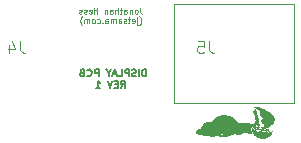
<source format=gbr>
%TF.GenerationSoftware,KiCad,Pcbnew,7.0.9*%
%TF.CreationDate,2024-03-13T00:39:00-05:00*%
%TF.ProjectId,DISPLAY,44495350-4c41-4592-9e6b-696361645f70,rev?*%
%TF.SameCoordinates,Original*%
%TF.FileFunction,Legend,Bot*%
%TF.FilePolarity,Positive*%
%FSLAX46Y46*%
G04 Gerber Fmt 4.6, Leading zero omitted, Abs format (unit mm)*
G04 Created by KiCad (PCBNEW 7.0.9) date 2024-03-13 00:39:00*
%MOMM*%
%LPD*%
G01*
G04 APERTURE LIST*
%ADD10C,0.080000*%
%ADD11C,0.150000*%
%ADD12C,0.100000*%
%ADD13C,0.120000*%
G04 APERTURE END LIST*
D10*
X157499999Y-83629649D02*
X157499999Y-83986792D01*
X157499999Y-83986792D02*
X157523808Y-84058220D01*
X157523808Y-84058220D02*
X157571427Y-84105840D01*
X157571427Y-84105840D02*
X157642856Y-84129649D01*
X157642856Y-84129649D02*
X157690475Y-84129649D01*
X157190475Y-84129649D02*
X157238094Y-84105840D01*
X157238094Y-84105840D02*
X157261904Y-84082030D01*
X157261904Y-84082030D02*
X157285713Y-84034411D01*
X157285713Y-84034411D02*
X157285713Y-83891554D01*
X157285713Y-83891554D02*
X157261904Y-83843935D01*
X157261904Y-83843935D02*
X157238094Y-83820125D01*
X157238094Y-83820125D02*
X157190475Y-83796316D01*
X157190475Y-83796316D02*
X157119047Y-83796316D01*
X157119047Y-83796316D02*
X157071428Y-83820125D01*
X157071428Y-83820125D02*
X157047618Y-83843935D01*
X157047618Y-83843935D02*
X157023809Y-83891554D01*
X157023809Y-83891554D02*
X157023809Y-84034411D01*
X157023809Y-84034411D02*
X157047618Y-84082030D01*
X157047618Y-84082030D02*
X157071428Y-84105840D01*
X157071428Y-84105840D02*
X157119047Y-84129649D01*
X157119047Y-84129649D02*
X157190475Y-84129649D01*
X156809523Y-83796316D02*
X156809523Y-84129649D01*
X156809523Y-83843935D02*
X156785713Y-83820125D01*
X156785713Y-83820125D02*
X156738094Y-83796316D01*
X156738094Y-83796316D02*
X156666666Y-83796316D01*
X156666666Y-83796316D02*
X156619047Y-83820125D01*
X156619047Y-83820125D02*
X156595237Y-83867744D01*
X156595237Y-83867744D02*
X156595237Y-84129649D01*
X156142856Y-84129649D02*
X156142856Y-83867744D01*
X156142856Y-83867744D02*
X156166666Y-83820125D01*
X156166666Y-83820125D02*
X156214285Y-83796316D01*
X156214285Y-83796316D02*
X156309523Y-83796316D01*
X156309523Y-83796316D02*
X156357142Y-83820125D01*
X156142856Y-84105840D02*
X156190475Y-84129649D01*
X156190475Y-84129649D02*
X156309523Y-84129649D01*
X156309523Y-84129649D02*
X156357142Y-84105840D01*
X156357142Y-84105840D02*
X156380951Y-84058220D01*
X156380951Y-84058220D02*
X156380951Y-84010601D01*
X156380951Y-84010601D02*
X156357142Y-83962982D01*
X156357142Y-83962982D02*
X156309523Y-83939173D01*
X156309523Y-83939173D02*
X156190475Y-83939173D01*
X156190475Y-83939173D02*
X156142856Y-83915363D01*
X155976189Y-83796316D02*
X155785713Y-83796316D01*
X155904761Y-83629649D02*
X155904761Y-84058220D01*
X155904761Y-84058220D02*
X155880951Y-84105840D01*
X155880951Y-84105840D02*
X155833332Y-84129649D01*
X155833332Y-84129649D02*
X155785713Y-84129649D01*
X155619047Y-84129649D02*
X155619047Y-83629649D01*
X155404761Y-84129649D02*
X155404761Y-83867744D01*
X155404761Y-83867744D02*
X155428571Y-83820125D01*
X155428571Y-83820125D02*
X155476190Y-83796316D01*
X155476190Y-83796316D02*
X155547618Y-83796316D01*
X155547618Y-83796316D02*
X155595237Y-83820125D01*
X155595237Y-83820125D02*
X155619047Y-83843935D01*
X154952380Y-84129649D02*
X154952380Y-83867744D01*
X154952380Y-83867744D02*
X154976190Y-83820125D01*
X154976190Y-83820125D02*
X155023809Y-83796316D01*
X155023809Y-83796316D02*
X155119047Y-83796316D01*
X155119047Y-83796316D02*
X155166666Y-83820125D01*
X154952380Y-84105840D02*
X154999999Y-84129649D01*
X154999999Y-84129649D02*
X155119047Y-84129649D01*
X155119047Y-84129649D02*
X155166666Y-84105840D01*
X155166666Y-84105840D02*
X155190475Y-84058220D01*
X155190475Y-84058220D02*
X155190475Y-84010601D01*
X155190475Y-84010601D02*
X155166666Y-83962982D01*
X155166666Y-83962982D02*
X155119047Y-83939173D01*
X155119047Y-83939173D02*
X154999999Y-83939173D01*
X154999999Y-83939173D02*
X154952380Y-83915363D01*
X154714285Y-83796316D02*
X154714285Y-84129649D01*
X154714285Y-83843935D02*
X154690475Y-83820125D01*
X154690475Y-83820125D02*
X154642856Y-83796316D01*
X154642856Y-83796316D02*
X154571428Y-83796316D01*
X154571428Y-83796316D02*
X154523809Y-83820125D01*
X154523809Y-83820125D02*
X154499999Y-83867744D01*
X154499999Y-83867744D02*
X154499999Y-84129649D01*
X153880952Y-84129649D02*
X153880952Y-83629649D01*
X153880952Y-83867744D02*
X153595238Y-83867744D01*
X153595238Y-84129649D02*
X153595238Y-83629649D01*
X153166666Y-84105840D02*
X153214285Y-84129649D01*
X153214285Y-84129649D02*
X153309523Y-84129649D01*
X153309523Y-84129649D02*
X153357142Y-84105840D01*
X153357142Y-84105840D02*
X153380951Y-84058220D01*
X153380951Y-84058220D02*
X153380951Y-83867744D01*
X153380951Y-83867744D02*
X153357142Y-83820125D01*
X153357142Y-83820125D02*
X153309523Y-83796316D01*
X153309523Y-83796316D02*
X153214285Y-83796316D01*
X153214285Y-83796316D02*
X153166666Y-83820125D01*
X153166666Y-83820125D02*
X153142856Y-83867744D01*
X153142856Y-83867744D02*
X153142856Y-83915363D01*
X153142856Y-83915363D02*
X153380951Y-83962982D01*
X152952380Y-84105840D02*
X152904761Y-84129649D01*
X152904761Y-84129649D02*
X152809523Y-84129649D01*
X152809523Y-84129649D02*
X152761904Y-84105840D01*
X152761904Y-84105840D02*
X152738095Y-84058220D01*
X152738095Y-84058220D02*
X152738095Y-84034411D01*
X152738095Y-84034411D02*
X152761904Y-83986792D01*
X152761904Y-83986792D02*
X152809523Y-83962982D01*
X152809523Y-83962982D02*
X152880952Y-83962982D01*
X152880952Y-83962982D02*
X152928571Y-83939173D01*
X152928571Y-83939173D02*
X152952380Y-83891554D01*
X152952380Y-83891554D02*
X152952380Y-83867744D01*
X152952380Y-83867744D02*
X152928571Y-83820125D01*
X152928571Y-83820125D02*
X152880952Y-83796316D01*
X152880952Y-83796316D02*
X152809523Y-83796316D01*
X152809523Y-83796316D02*
X152761904Y-83820125D01*
X152547618Y-84105840D02*
X152499999Y-84129649D01*
X152499999Y-84129649D02*
X152404761Y-84129649D01*
X152404761Y-84129649D02*
X152357142Y-84105840D01*
X152357142Y-84105840D02*
X152333333Y-84058220D01*
X152333333Y-84058220D02*
X152333333Y-84034411D01*
X152333333Y-84034411D02*
X152357142Y-83986792D01*
X152357142Y-83986792D02*
X152404761Y-83962982D01*
X152404761Y-83962982D02*
X152476190Y-83962982D01*
X152476190Y-83962982D02*
X152523809Y-83939173D01*
X152523809Y-83939173D02*
X152547618Y-83891554D01*
X152547618Y-83891554D02*
X152547618Y-83867744D01*
X152547618Y-83867744D02*
X152523809Y-83820125D01*
X152523809Y-83820125D02*
X152476190Y-83796316D01*
X152476190Y-83796316D02*
X152404761Y-83796316D01*
X152404761Y-83796316D02*
X152357142Y-83820125D01*
X157428570Y-85125125D02*
X157452379Y-85101316D01*
X157452379Y-85101316D02*
X157499998Y-85029887D01*
X157499998Y-85029887D02*
X157523808Y-84982268D01*
X157523808Y-84982268D02*
X157547617Y-84910840D01*
X157547617Y-84910840D02*
X157571427Y-84791792D01*
X157571427Y-84791792D02*
X157571427Y-84696554D01*
X157571427Y-84696554D02*
X157547617Y-84577506D01*
X157547617Y-84577506D02*
X157523808Y-84506078D01*
X157523808Y-84506078D02*
X157499998Y-84458459D01*
X157499998Y-84458459D02*
X157452379Y-84387030D01*
X157452379Y-84387030D02*
X157428570Y-84363220D01*
X157238094Y-84601316D02*
X157238094Y-85029887D01*
X157238094Y-85029887D02*
X157261903Y-85077506D01*
X157261903Y-85077506D02*
X157309522Y-85101316D01*
X157309522Y-85101316D02*
X157333332Y-85101316D01*
X157238094Y-84434649D02*
X157261903Y-84458459D01*
X157261903Y-84458459D02*
X157238094Y-84482268D01*
X157238094Y-84482268D02*
X157214284Y-84458459D01*
X157214284Y-84458459D02*
X157238094Y-84434649D01*
X157238094Y-84434649D02*
X157238094Y-84482268D01*
X156809523Y-84910840D02*
X156857142Y-84934649D01*
X156857142Y-84934649D02*
X156952380Y-84934649D01*
X156952380Y-84934649D02*
X156999999Y-84910840D01*
X156999999Y-84910840D02*
X157023808Y-84863220D01*
X157023808Y-84863220D02*
X157023808Y-84672744D01*
X157023808Y-84672744D02*
X156999999Y-84625125D01*
X156999999Y-84625125D02*
X156952380Y-84601316D01*
X156952380Y-84601316D02*
X156857142Y-84601316D01*
X156857142Y-84601316D02*
X156809523Y-84625125D01*
X156809523Y-84625125D02*
X156785713Y-84672744D01*
X156785713Y-84672744D02*
X156785713Y-84720363D01*
X156785713Y-84720363D02*
X157023808Y-84767982D01*
X156642856Y-84601316D02*
X156452380Y-84601316D01*
X156571428Y-84434649D02*
X156571428Y-84863220D01*
X156571428Y-84863220D02*
X156547618Y-84910840D01*
X156547618Y-84910840D02*
X156499999Y-84934649D01*
X156499999Y-84934649D02*
X156452380Y-84934649D01*
X156309523Y-84910840D02*
X156261904Y-84934649D01*
X156261904Y-84934649D02*
X156166666Y-84934649D01*
X156166666Y-84934649D02*
X156119047Y-84910840D01*
X156119047Y-84910840D02*
X156095238Y-84863220D01*
X156095238Y-84863220D02*
X156095238Y-84839411D01*
X156095238Y-84839411D02*
X156119047Y-84791792D01*
X156119047Y-84791792D02*
X156166666Y-84767982D01*
X156166666Y-84767982D02*
X156238095Y-84767982D01*
X156238095Y-84767982D02*
X156285714Y-84744173D01*
X156285714Y-84744173D02*
X156309523Y-84696554D01*
X156309523Y-84696554D02*
X156309523Y-84672744D01*
X156309523Y-84672744D02*
X156285714Y-84625125D01*
X156285714Y-84625125D02*
X156238095Y-84601316D01*
X156238095Y-84601316D02*
X156166666Y-84601316D01*
X156166666Y-84601316D02*
X156119047Y-84625125D01*
X155666666Y-84934649D02*
X155666666Y-84672744D01*
X155666666Y-84672744D02*
X155690476Y-84625125D01*
X155690476Y-84625125D02*
X155738095Y-84601316D01*
X155738095Y-84601316D02*
X155833333Y-84601316D01*
X155833333Y-84601316D02*
X155880952Y-84625125D01*
X155666666Y-84910840D02*
X155714285Y-84934649D01*
X155714285Y-84934649D02*
X155833333Y-84934649D01*
X155833333Y-84934649D02*
X155880952Y-84910840D01*
X155880952Y-84910840D02*
X155904761Y-84863220D01*
X155904761Y-84863220D02*
X155904761Y-84815601D01*
X155904761Y-84815601D02*
X155880952Y-84767982D01*
X155880952Y-84767982D02*
X155833333Y-84744173D01*
X155833333Y-84744173D02*
X155714285Y-84744173D01*
X155714285Y-84744173D02*
X155666666Y-84720363D01*
X155428571Y-84934649D02*
X155428571Y-84601316D01*
X155428571Y-84648935D02*
X155404761Y-84625125D01*
X155404761Y-84625125D02*
X155357142Y-84601316D01*
X155357142Y-84601316D02*
X155285714Y-84601316D01*
X155285714Y-84601316D02*
X155238095Y-84625125D01*
X155238095Y-84625125D02*
X155214285Y-84672744D01*
X155214285Y-84672744D02*
X155214285Y-84934649D01*
X155214285Y-84672744D02*
X155190476Y-84625125D01*
X155190476Y-84625125D02*
X155142857Y-84601316D01*
X155142857Y-84601316D02*
X155071428Y-84601316D01*
X155071428Y-84601316D02*
X155023809Y-84625125D01*
X155023809Y-84625125D02*
X154999999Y-84672744D01*
X154999999Y-84672744D02*
X154999999Y-84934649D01*
X154547618Y-84934649D02*
X154547618Y-84672744D01*
X154547618Y-84672744D02*
X154571428Y-84625125D01*
X154571428Y-84625125D02*
X154619047Y-84601316D01*
X154619047Y-84601316D02*
X154714285Y-84601316D01*
X154714285Y-84601316D02*
X154761904Y-84625125D01*
X154547618Y-84910840D02*
X154595237Y-84934649D01*
X154595237Y-84934649D02*
X154714285Y-84934649D01*
X154714285Y-84934649D02*
X154761904Y-84910840D01*
X154761904Y-84910840D02*
X154785713Y-84863220D01*
X154785713Y-84863220D02*
X154785713Y-84815601D01*
X154785713Y-84815601D02*
X154761904Y-84767982D01*
X154761904Y-84767982D02*
X154714285Y-84744173D01*
X154714285Y-84744173D02*
X154595237Y-84744173D01*
X154595237Y-84744173D02*
X154547618Y-84720363D01*
X154309523Y-84887030D02*
X154285713Y-84910840D01*
X154285713Y-84910840D02*
X154309523Y-84934649D01*
X154309523Y-84934649D02*
X154333332Y-84910840D01*
X154333332Y-84910840D02*
X154309523Y-84887030D01*
X154309523Y-84887030D02*
X154309523Y-84934649D01*
X153857142Y-84910840D02*
X153904761Y-84934649D01*
X153904761Y-84934649D02*
X153999999Y-84934649D01*
X153999999Y-84934649D02*
X154047618Y-84910840D01*
X154047618Y-84910840D02*
X154071428Y-84887030D01*
X154071428Y-84887030D02*
X154095237Y-84839411D01*
X154095237Y-84839411D02*
X154095237Y-84696554D01*
X154095237Y-84696554D02*
X154071428Y-84648935D01*
X154071428Y-84648935D02*
X154047618Y-84625125D01*
X154047618Y-84625125D02*
X153999999Y-84601316D01*
X153999999Y-84601316D02*
X153904761Y-84601316D01*
X153904761Y-84601316D02*
X153857142Y-84625125D01*
X153571428Y-84934649D02*
X153619047Y-84910840D01*
X153619047Y-84910840D02*
X153642857Y-84887030D01*
X153642857Y-84887030D02*
X153666666Y-84839411D01*
X153666666Y-84839411D02*
X153666666Y-84696554D01*
X153666666Y-84696554D02*
X153642857Y-84648935D01*
X153642857Y-84648935D02*
X153619047Y-84625125D01*
X153619047Y-84625125D02*
X153571428Y-84601316D01*
X153571428Y-84601316D02*
X153500000Y-84601316D01*
X153500000Y-84601316D02*
X153452381Y-84625125D01*
X153452381Y-84625125D02*
X153428571Y-84648935D01*
X153428571Y-84648935D02*
X153404762Y-84696554D01*
X153404762Y-84696554D02*
X153404762Y-84839411D01*
X153404762Y-84839411D02*
X153428571Y-84887030D01*
X153428571Y-84887030D02*
X153452381Y-84910840D01*
X153452381Y-84910840D02*
X153500000Y-84934649D01*
X153500000Y-84934649D02*
X153571428Y-84934649D01*
X153190476Y-84934649D02*
X153190476Y-84601316D01*
X153190476Y-84648935D02*
X153166666Y-84625125D01*
X153166666Y-84625125D02*
X153119047Y-84601316D01*
X153119047Y-84601316D02*
X153047619Y-84601316D01*
X153047619Y-84601316D02*
X153000000Y-84625125D01*
X153000000Y-84625125D02*
X152976190Y-84672744D01*
X152976190Y-84672744D02*
X152976190Y-84934649D01*
X152976190Y-84672744D02*
X152952381Y-84625125D01*
X152952381Y-84625125D02*
X152904762Y-84601316D01*
X152904762Y-84601316D02*
X152833333Y-84601316D01*
X152833333Y-84601316D02*
X152785714Y-84625125D01*
X152785714Y-84625125D02*
X152761904Y-84672744D01*
X152761904Y-84672744D02*
X152761904Y-84934649D01*
X152571428Y-85125125D02*
X152547618Y-85101316D01*
X152547618Y-85101316D02*
X152499999Y-85029887D01*
X152499999Y-85029887D02*
X152476190Y-84982268D01*
X152476190Y-84982268D02*
X152452380Y-84910840D01*
X152452380Y-84910840D02*
X152428571Y-84791792D01*
X152428571Y-84791792D02*
X152428571Y-84696554D01*
X152428571Y-84696554D02*
X152452380Y-84577506D01*
X152452380Y-84577506D02*
X152476190Y-84506078D01*
X152476190Y-84506078D02*
X152499999Y-84458459D01*
X152499999Y-84458459D02*
X152547618Y-84387030D01*
X152547618Y-84387030D02*
X152571428Y-84363220D01*
D11*
X157999999Y-89452771D02*
X157999999Y-88852771D01*
X157999999Y-88852771D02*
X157857142Y-88852771D01*
X157857142Y-88852771D02*
X157771428Y-88881342D01*
X157771428Y-88881342D02*
X157714285Y-88938485D01*
X157714285Y-88938485D02*
X157685714Y-88995628D01*
X157685714Y-88995628D02*
X157657142Y-89109914D01*
X157657142Y-89109914D02*
X157657142Y-89195628D01*
X157657142Y-89195628D02*
X157685714Y-89309914D01*
X157685714Y-89309914D02*
X157714285Y-89367057D01*
X157714285Y-89367057D02*
X157771428Y-89424200D01*
X157771428Y-89424200D02*
X157857142Y-89452771D01*
X157857142Y-89452771D02*
X157999999Y-89452771D01*
X157399999Y-89452771D02*
X157399999Y-88852771D01*
X157142857Y-89424200D02*
X157057143Y-89452771D01*
X157057143Y-89452771D02*
X156914285Y-89452771D01*
X156914285Y-89452771D02*
X156857143Y-89424200D01*
X156857143Y-89424200D02*
X156828571Y-89395628D01*
X156828571Y-89395628D02*
X156800000Y-89338485D01*
X156800000Y-89338485D02*
X156800000Y-89281342D01*
X156800000Y-89281342D02*
X156828571Y-89224200D01*
X156828571Y-89224200D02*
X156857143Y-89195628D01*
X156857143Y-89195628D02*
X156914285Y-89167057D01*
X156914285Y-89167057D02*
X157028571Y-89138485D01*
X157028571Y-89138485D02*
X157085714Y-89109914D01*
X157085714Y-89109914D02*
X157114285Y-89081342D01*
X157114285Y-89081342D02*
X157142857Y-89024200D01*
X157142857Y-89024200D02*
X157142857Y-88967057D01*
X157142857Y-88967057D02*
X157114285Y-88909914D01*
X157114285Y-88909914D02*
X157085714Y-88881342D01*
X157085714Y-88881342D02*
X157028571Y-88852771D01*
X157028571Y-88852771D02*
X156885714Y-88852771D01*
X156885714Y-88852771D02*
X156800000Y-88881342D01*
X156542856Y-89452771D02*
X156542856Y-88852771D01*
X156542856Y-88852771D02*
X156314285Y-88852771D01*
X156314285Y-88852771D02*
X156257142Y-88881342D01*
X156257142Y-88881342D02*
X156228571Y-88909914D01*
X156228571Y-88909914D02*
X156199999Y-88967057D01*
X156199999Y-88967057D02*
X156199999Y-89052771D01*
X156199999Y-89052771D02*
X156228571Y-89109914D01*
X156228571Y-89109914D02*
X156257142Y-89138485D01*
X156257142Y-89138485D02*
X156314285Y-89167057D01*
X156314285Y-89167057D02*
X156542856Y-89167057D01*
X155657142Y-89452771D02*
X155942856Y-89452771D01*
X155942856Y-89452771D02*
X155942856Y-88852771D01*
X155485714Y-89281342D02*
X155200000Y-89281342D01*
X155542857Y-89452771D02*
X155342857Y-88852771D01*
X155342857Y-88852771D02*
X155142857Y-89452771D01*
X154828571Y-89167057D02*
X154828571Y-89452771D01*
X155028571Y-88852771D02*
X154828571Y-89167057D01*
X154828571Y-89167057D02*
X154628571Y-88852771D01*
X153971427Y-89452771D02*
X153971427Y-88852771D01*
X153971427Y-88852771D02*
X153742856Y-88852771D01*
X153742856Y-88852771D02*
X153685713Y-88881342D01*
X153685713Y-88881342D02*
X153657142Y-88909914D01*
X153657142Y-88909914D02*
X153628570Y-88967057D01*
X153628570Y-88967057D02*
X153628570Y-89052771D01*
X153628570Y-89052771D02*
X153657142Y-89109914D01*
X153657142Y-89109914D02*
X153685713Y-89138485D01*
X153685713Y-89138485D02*
X153742856Y-89167057D01*
X153742856Y-89167057D02*
X153971427Y-89167057D01*
X153028570Y-89395628D02*
X153057142Y-89424200D01*
X153057142Y-89424200D02*
X153142856Y-89452771D01*
X153142856Y-89452771D02*
X153199999Y-89452771D01*
X153199999Y-89452771D02*
X153285713Y-89424200D01*
X153285713Y-89424200D02*
X153342856Y-89367057D01*
X153342856Y-89367057D02*
X153371427Y-89309914D01*
X153371427Y-89309914D02*
X153399999Y-89195628D01*
X153399999Y-89195628D02*
X153399999Y-89109914D01*
X153399999Y-89109914D02*
X153371427Y-88995628D01*
X153371427Y-88995628D02*
X153342856Y-88938485D01*
X153342856Y-88938485D02*
X153285713Y-88881342D01*
X153285713Y-88881342D02*
X153199999Y-88852771D01*
X153199999Y-88852771D02*
X153142856Y-88852771D01*
X153142856Y-88852771D02*
X153057142Y-88881342D01*
X153057142Y-88881342D02*
X153028570Y-88909914D01*
X152571427Y-89138485D02*
X152485713Y-89167057D01*
X152485713Y-89167057D02*
X152457142Y-89195628D01*
X152457142Y-89195628D02*
X152428570Y-89252771D01*
X152428570Y-89252771D02*
X152428570Y-89338485D01*
X152428570Y-89338485D02*
X152457142Y-89395628D01*
X152457142Y-89395628D02*
X152485713Y-89424200D01*
X152485713Y-89424200D02*
X152542856Y-89452771D01*
X152542856Y-89452771D02*
X152771427Y-89452771D01*
X152771427Y-89452771D02*
X152771427Y-88852771D01*
X152771427Y-88852771D02*
X152571427Y-88852771D01*
X152571427Y-88852771D02*
X152514285Y-88881342D01*
X152514285Y-88881342D02*
X152485713Y-88909914D01*
X152485713Y-88909914D02*
X152457142Y-88967057D01*
X152457142Y-88967057D02*
X152457142Y-89024200D01*
X152457142Y-89024200D02*
X152485713Y-89081342D01*
X152485713Y-89081342D02*
X152514285Y-89109914D01*
X152514285Y-89109914D02*
X152571427Y-89138485D01*
X152571427Y-89138485D02*
X152771427Y-89138485D01*
X155857142Y-90418771D02*
X156057142Y-90133057D01*
X156199999Y-90418771D02*
X156199999Y-89818771D01*
X156199999Y-89818771D02*
X155971428Y-89818771D01*
X155971428Y-89818771D02*
X155914285Y-89847342D01*
X155914285Y-89847342D02*
X155885714Y-89875914D01*
X155885714Y-89875914D02*
X155857142Y-89933057D01*
X155857142Y-89933057D02*
X155857142Y-90018771D01*
X155857142Y-90018771D02*
X155885714Y-90075914D01*
X155885714Y-90075914D02*
X155914285Y-90104485D01*
X155914285Y-90104485D02*
X155971428Y-90133057D01*
X155971428Y-90133057D02*
X156199999Y-90133057D01*
X155599999Y-90104485D02*
X155399999Y-90104485D01*
X155314285Y-90418771D02*
X155599999Y-90418771D01*
X155599999Y-90418771D02*
X155599999Y-89818771D01*
X155599999Y-89818771D02*
X155314285Y-89818771D01*
X155142857Y-89818771D02*
X154942857Y-90418771D01*
X154942857Y-90418771D02*
X154742857Y-89818771D01*
X153771428Y-90418771D02*
X154114285Y-90418771D01*
X153942856Y-90418771D02*
X153942856Y-89818771D01*
X153942856Y-89818771D02*
X153999999Y-89904485D01*
X153999999Y-89904485D02*
X154057142Y-89961628D01*
X154057142Y-89961628D02*
X154114285Y-89990200D01*
D12*
X147333333Y-86457419D02*
X147333333Y-87171704D01*
X147333333Y-87171704D02*
X147380952Y-87314561D01*
X147380952Y-87314561D02*
X147476190Y-87409800D01*
X147476190Y-87409800D02*
X147619047Y-87457419D01*
X147619047Y-87457419D02*
X147714285Y-87457419D01*
X146428571Y-86790752D02*
X146428571Y-87457419D01*
X146666666Y-86409800D02*
X146904761Y-87124085D01*
X146904761Y-87124085D02*
X146285714Y-87124085D01*
X163333333Y-86457419D02*
X163333333Y-87171704D01*
X163333333Y-87171704D02*
X163380952Y-87314561D01*
X163380952Y-87314561D02*
X163476190Y-87409800D01*
X163476190Y-87409800D02*
X163619047Y-87457419D01*
X163619047Y-87457419D02*
X163714285Y-87457419D01*
X162380952Y-86457419D02*
X162857142Y-86457419D01*
X162857142Y-86457419D02*
X162904761Y-86933609D01*
X162904761Y-86933609D02*
X162857142Y-86885990D01*
X162857142Y-86885990D02*
X162761904Y-86838371D01*
X162761904Y-86838371D02*
X162523809Y-86838371D01*
X162523809Y-86838371D02*
X162428571Y-86885990D01*
X162428571Y-86885990D02*
X162380952Y-86933609D01*
X162380952Y-86933609D02*
X162333333Y-87028847D01*
X162333333Y-87028847D02*
X162333333Y-87266942D01*
X162333333Y-87266942D02*
X162380952Y-87362180D01*
X162380952Y-87362180D02*
X162428571Y-87409800D01*
X162428571Y-87409800D02*
X162523809Y-87457419D01*
X162523809Y-87457419D02*
X162761904Y-87457419D01*
X162761904Y-87457419D02*
X162857142Y-87409800D01*
X162857142Y-87409800D02*
X162904761Y-87362180D01*
D13*
%TO.C,J11*%
X170500000Y-83340000D02*
X160390000Y-83340000D01*
X170500000Y-91660000D02*
X170500000Y-83340000D01*
X170500000Y-91660000D02*
X160390000Y-91660000D01*
X160390000Y-91660000D02*
X160390000Y-83340000D01*
%TO.C,G\u002A\u002A\u002A*%
G36*
X168266667Y-94043333D02*
G01*
X168263334Y-94046666D01*
X168260000Y-94043333D01*
X168263334Y-94040000D01*
X168266667Y-94043333D01*
G37*
G36*
X167846667Y-93650000D02*
G01*
X167843334Y-93653333D01*
X167840000Y-93650000D01*
X167843334Y-93646666D01*
X167846667Y-93650000D01*
G37*
G36*
X167753334Y-93763333D02*
G01*
X167750000Y-93766666D01*
X167746667Y-93763333D01*
X167750000Y-93760000D01*
X167753334Y-93763333D01*
G37*
G36*
X167713334Y-93576666D02*
G01*
X167710000Y-93580000D01*
X167706667Y-93576666D01*
X167710000Y-93573333D01*
X167713334Y-93576666D01*
G37*
G36*
X167433334Y-94056666D02*
G01*
X167430000Y-94060000D01*
X167426667Y-94056666D01*
X167430000Y-94053333D01*
X167433334Y-94056666D01*
G37*
G36*
X167386667Y-94003333D02*
G01*
X167383334Y-94006666D01*
X167380000Y-94003333D01*
X167383334Y-94000000D01*
X167386667Y-94003333D01*
G37*
G36*
X168057304Y-94158969D02*
G01*
X168055246Y-94161931D01*
X168049607Y-94166666D01*
X168048675Y-94166601D01*
X168047207Y-94162742D01*
X168054364Y-94156030D01*
X168058090Y-94154407D01*
X168057304Y-94158969D01*
G37*
G36*
X167701778Y-94052506D02*
G01*
X167702640Y-94053384D01*
X167705835Y-94058267D01*
X167698046Y-94056238D01*
X167691825Y-94052913D01*
X167689824Y-94047954D01*
X167693038Y-94047240D01*
X167701778Y-94052506D01*
G37*
G36*
X167314826Y-92245498D02*
G01*
X167320000Y-92253358D01*
X167317292Y-92256957D01*
X167306096Y-92253027D01*
X167297974Y-92247358D01*
X167295809Y-92241969D01*
X167304227Y-92240621D01*
X167314826Y-92245498D01*
G37*
G36*
X168294875Y-94073589D02*
G01*
X168300000Y-94080000D01*
X168299924Y-94081508D01*
X168297061Y-94086666D01*
X168295991Y-94086359D01*
X168290000Y-94080000D01*
X168288959Y-94077417D01*
X168292940Y-94073333D01*
X168294875Y-94073589D01*
G37*
G36*
X168247931Y-94034060D02*
G01*
X168253334Y-94039790D01*
X168251918Y-94042549D01*
X168243334Y-94042410D01*
X168238547Y-94040252D01*
X168233334Y-94035953D01*
X168234439Y-94034759D01*
X168243334Y-94033333D01*
X168247931Y-94034060D01*
G37*
G36*
X167911907Y-93694438D02*
G01*
X167913334Y-93703333D01*
X167912606Y-93707930D01*
X167906876Y-93713333D01*
X167904118Y-93711917D01*
X167904256Y-93703333D01*
X167906415Y-93698546D01*
X167910714Y-93693333D01*
X167911907Y-93694438D01*
G37*
G36*
X167734875Y-93553589D02*
G01*
X167740000Y-93560000D01*
X167739924Y-93561508D01*
X167737061Y-93566666D01*
X167735991Y-93566359D01*
X167730000Y-93560000D01*
X167728959Y-93557417D01*
X167732940Y-93553333D01*
X167734875Y-93553589D01*
G37*
G36*
X167736893Y-93640145D02*
G01*
X167749964Y-93643375D01*
X167753239Y-93649236D01*
X167745000Y-93655584D01*
X167739324Y-93657709D01*
X167729061Y-93658267D01*
X167720000Y-93650000D01*
X167716450Y-93644777D01*
X167718933Y-93640904D01*
X167732518Y-93640000D01*
X167736893Y-93640145D01*
G37*
G36*
X168311409Y-94139734D02*
G01*
X168320000Y-94153333D01*
X168322505Y-94157993D01*
X168329929Y-94173096D01*
X168333054Y-94181666D01*
X168331714Y-94186709D01*
X168326165Y-94181532D01*
X168317155Y-94165642D01*
X168314504Y-94160146D01*
X168308323Y-94144602D01*
X168307404Y-94137311D01*
X168311409Y-94139734D01*
G37*
G36*
X167685790Y-93487083D02*
G01*
X167697136Y-93499341D01*
X167700613Y-93503760D01*
X167708698Y-93517864D01*
X167709656Y-93527223D01*
X167703730Y-93529352D01*
X167693868Y-93523758D01*
X167683771Y-93513000D01*
X167676653Y-93500594D01*
X167675723Y-93490057D01*
X167679461Y-93484578D01*
X167685790Y-93487083D01*
G37*
G36*
X167929058Y-94117227D02*
G01*
X167934654Y-94120238D01*
X167940000Y-94127522D01*
X167944421Y-94133661D01*
X167956667Y-94141213D01*
X167967944Y-94147956D01*
X167973334Y-94154857D01*
X167972239Y-94156111D01*
X167964297Y-94153360D01*
X167951679Y-94145391D01*
X167937980Y-94134626D01*
X167926799Y-94123491D01*
X167924768Y-94120995D01*
X167921855Y-94115467D01*
X167929058Y-94117227D01*
G37*
G36*
X167800989Y-93770053D02*
G01*
X167816900Y-93771204D01*
X167823235Y-93774705D01*
X167822805Y-93781666D01*
X167821900Y-93785341D01*
X167824138Y-93792498D01*
X167833144Y-93790665D01*
X167846667Y-93780000D01*
X167851457Y-93775408D01*
X167858251Y-93771342D01*
X167860000Y-93776948D01*
X167858880Y-93783352D01*
X167851667Y-93796694D01*
X167846421Y-93801748D01*
X167837907Y-93806413D01*
X167830959Y-93804454D01*
X167816106Y-93798612D01*
X167797574Y-93790638D01*
X167779373Y-93782315D01*
X167765512Y-93775426D01*
X167760000Y-93771757D01*
X167762221Y-93771127D01*
X167774258Y-93770317D01*
X167793254Y-93770000D01*
X167800989Y-93770053D01*
G37*
G36*
X167172741Y-93573015D02*
G01*
X167178375Y-93575590D01*
X167197000Y-93581367D01*
X167220023Y-93586219D01*
X167243973Y-93589703D01*
X167265377Y-93591377D01*
X167280766Y-93590798D01*
X167286667Y-93587525D01*
X167291103Y-93582719D01*
X167303724Y-93580337D01*
X167319303Y-93581380D01*
X167332521Y-93586023D01*
X167336571Y-93589785D01*
X167337743Y-93598259D01*
X167337554Y-93598849D01*
X167342065Y-93606458D01*
X167354867Y-93618795D01*
X167373555Y-93633493D01*
X167376550Y-93635669D01*
X167395195Y-93649523D01*
X167408351Y-93659827D01*
X167413334Y-93664488D01*
X167413069Y-93665313D01*
X167405830Y-93666801D01*
X167392899Y-93664768D01*
X167379967Y-93659981D01*
X167372199Y-93656923D01*
X167363345Y-93659981D01*
X167354574Y-93665702D01*
X167334954Y-93664500D01*
X167305553Y-93654384D01*
X167305115Y-93654198D01*
X167277162Y-93643280D01*
X167256605Y-93637176D01*
X167244975Y-93636224D01*
X167243805Y-93640762D01*
X167245580Y-93644815D01*
X167240922Y-93643902D01*
X167237971Y-93641386D01*
X167236483Y-93633630D01*
X167236569Y-93630653D01*
X167228211Y-93625458D01*
X167211350Y-93621635D01*
X167189150Y-93620091D01*
X167170881Y-93617204D01*
X167158624Y-93606395D01*
X167150793Y-93585000D01*
X167150709Y-93584646D01*
X167149892Y-93570649D01*
X167156982Y-93566910D01*
X167172741Y-93573015D01*
G37*
G36*
X168527360Y-94200187D02*
G01*
X168519750Y-94201382D01*
X168501881Y-94206067D01*
X168480000Y-94213053D01*
X168459005Y-94220311D01*
X168444622Y-94224412D01*
X168436592Y-94224005D01*
X168431548Y-94218807D01*
X168426127Y-94208535D01*
X168424209Y-94205000D01*
X168418546Y-94196666D01*
X168426667Y-94196666D01*
X168430000Y-94200000D01*
X168433334Y-94196666D01*
X168430000Y-94193333D01*
X168426667Y-94196666D01*
X168418546Y-94196666D01*
X168411309Y-94186015D01*
X168397721Y-94172081D01*
X168386709Y-94166666D01*
X168383817Y-94165467D01*
X168373930Y-94156453D01*
X168361709Y-94141504D01*
X168339635Y-94112088D01*
X168316021Y-94083348D01*
X168298107Y-94065398D01*
X168285448Y-94057749D01*
X168276403Y-94052610D01*
X168276391Y-94040869D01*
X168277427Y-94032796D01*
X168271577Y-94026184D01*
X168255322Y-94020439D01*
X168251721Y-94019472D01*
X168231993Y-94015147D01*
X168217352Y-94013370D01*
X168216950Y-94013371D01*
X168197669Y-94016544D01*
X168173554Y-94024493D01*
X168149060Y-94035266D01*
X168128641Y-94046910D01*
X168116752Y-94057473D01*
X168106987Y-94068207D01*
X168096069Y-94073333D01*
X168093594Y-94073664D01*
X168080193Y-94079397D01*
X168063926Y-94090000D01*
X168050077Y-94099212D01*
X168029894Y-94105590D01*
X168008835Y-94101665D01*
X167983260Y-94087314D01*
X167973039Y-94080680D01*
X167954563Y-94069891D01*
X167941544Y-94063823D01*
X167938627Y-94063049D01*
X167922815Y-94060671D01*
X167900742Y-94058858D01*
X167875665Y-94057684D01*
X167850846Y-94057222D01*
X167829543Y-94057546D01*
X167815017Y-94058731D01*
X167810526Y-94060850D01*
X167811745Y-94063119D01*
X167810602Y-94066213D01*
X167801156Y-94064054D01*
X167781562Y-94056356D01*
X167773550Y-94052756D01*
X167763663Y-94045891D01*
X167765669Y-94040617D01*
X167768383Y-94038266D01*
X167766849Y-94032658D01*
X167755585Y-94028373D01*
X167737155Y-94026666D01*
X167724271Y-94023313D01*
X167709629Y-94012923D01*
X167698793Y-94004679D01*
X167685014Y-94002363D01*
X167672705Y-94000506D01*
X167657298Y-93988790D01*
X167656726Y-93988184D01*
X167641283Y-93976813D01*
X167625880Y-93972219D01*
X167625585Y-93972224D01*
X167611146Y-93972997D01*
X167588657Y-93974728D01*
X167563150Y-93976975D01*
X167539658Y-93979294D01*
X167523215Y-93981245D01*
X167512952Y-93980529D01*
X167496729Y-93977277D01*
X167483525Y-93974378D01*
X167481501Y-93976588D01*
X167489168Y-93985746D01*
X167496201Y-93996657D01*
X167496927Y-94006246D01*
X167496857Y-94006358D01*
X167486594Y-94012634D01*
X167473394Y-94011792D01*
X167464620Y-94004281D01*
X167464345Y-94003677D01*
X167455120Y-93996299D01*
X167439072Y-93990814D01*
X167433759Y-93989527D01*
X167415285Y-93982450D01*
X167397139Y-93972504D01*
X167382292Y-93961747D01*
X167373713Y-93952235D01*
X167374373Y-93946024D01*
X167375064Y-93945562D01*
X167375960Y-93939829D01*
X167364175Y-93932503D01*
X167356760Y-93929375D01*
X167346109Y-93927764D01*
X167339365Y-93933712D01*
X167336273Y-93941277D01*
X167335372Y-93957222D01*
X167335888Y-93962115D01*
X167332242Y-93969323D01*
X167318827Y-93971111D01*
X167318302Y-93971109D01*
X167304596Y-93968597D01*
X167301630Y-93960555D01*
X167300027Y-93954199D01*
X167290375Y-93950226D01*
X167270000Y-93948136D01*
X167249407Y-93946772D01*
X167232210Y-93944036D01*
X167225546Y-93938703D01*
X167227811Y-93929066D01*
X167237403Y-93913417D01*
X167244859Y-93901519D01*
X167250319Y-93889286D01*
X167252867Y-93875223D01*
X167253132Y-93855508D01*
X167251743Y-93826321D01*
X167251585Y-93823551D01*
X167250177Y-93796259D01*
X167250016Y-93780053D01*
X167251482Y-93772879D01*
X167254956Y-93772682D01*
X167260821Y-93777409D01*
X167268759Y-93786920D01*
X167273617Y-93799366D01*
X167277370Y-93805401D01*
X167290364Y-93817602D01*
X167310439Y-93833362D01*
X167335284Y-93850755D01*
X167351498Y-93861818D01*
X167375317Y-93879633D01*
X167390253Y-93893216D01*
X167394941Y-93901408D01*
X167397555Y-93907538D01*
X167411935Y-93918386D01*
X167438275Y-93931863D01*
X167455222Y-93939296D01*
X167477189Y-93946964D01*
X167495727Y-93949694D01*
X167515902Y-93948575D01*
X167523538Y-93947532D01*
X167539133Y-93943660D01*
X167553684Y-93936210D01*
X167570598Y-93923152D01*
X167593284Y-93902454D01*
X167638097Y-93860180D01*
X167709390Y-93883287D01*
X167743781Y-93893904D01*
X167783516Y-93904764D01*
X167818015Y-93912643D01*
X167845441Y-93917184D01*
X167863956Y-93918030D01*
X167871726Y-93914824D01*
X167877371Y-93911075D01*
X167891073Y-93912298D01*
X167908825Y-93918141D01*
X167926870Y-93927014D01*
X167941451Y-93937323D01*
X167948811Y-93947479D01*
X167949978Y-93950809D01*
X167955825Y-93956559D01*
X167968441Y-93959300D01*
X167991087Y-93960000D01*
X168007265Y-93959546D01*
X168032661Y-93957298D01*
X168051711Y-93953798D01*
X168052238Y-93953648D01*
X168067670Y-93950931D01*
X168073334Y-93953798D01*
X168073343Y-93954148D01*
X168078844Y-93959680D01*
X168092042Y-93959160D01*
X168109314Y-93953324D01*
X168127039Y-93942905D01*
X168127509Y-93942557D01*
X168145548Y-93930891D01*
X168170341Y-93916844D01*
X168196667Y-93903380D01*
X168210470Y-93896830D01*
X168230968Y-93888231D01*
X168247601Y-93884242D01*
X168265652Y-93883897D01*
X168290404Y-93886231D01*
X168315111Y-93890264D01*
X168346727Y-93898147D01*
X168372731Y-93907422D01*
X168407989Y-93923333D01*
X168405662Y-94003333D01*
X168403334Y-94083333D01*
X168428334Y-94082572D01*
X168432882Y-94082545D01*
X168447457Y-94084358D01*
X168453334Y-94088431D01*
X168454516Y-94090303D01*
X168465592Y-94092209D01*
X168486660Y-94090630D01*
X168519986Y-94086209D01*
X168506814Y-94119627D01*
X168499034Y-94143799D01*
X168498063Y-94162889D01*
X168505958Y-94172031D01*
X168522780Y-94171287D01*
X168548591Y-94160718D01*
X168562937Y-94154016D01*
X168571197Y-94152643D01*
X168573334Y-94157703D01*
X168573317Y-94158214D01*
X168567693Y-94170128D01*
X168555121Y-94183901D01*
X168540158Y-94195324D01*
X168536626Y-94196666D01*
X168527360Y-94200187D01*
G37*
G36*
X167847591Y-94123767D02*
G01*
X167860290Y-94123241D01*
X167866039Y-94123281D01*
X167878685Y-94129589D01*
X167897375Y-94144197D01*
X167923411Y-94168029D01*
X167936002Y-94180075D01*
X167954337Y-94198244D01*
X167965372Y-94211108D01*
X167970702Y-94221214D01*
X167971926Y-94231106D01*
X167970639Y-94243333D01*
X167969986Y-94248040D01*
X167967539Y-94267175D01*
X167966213Y-94280000D01*
X167965721Y-94284391D01*
X167962059Y-94300000D01*
X167961547Y-94301394D01*
X167957963Y-94305134D01*
X167953334Y-94296666D01*
X167951204Y-94291321D01*
X167948756Y-94287839D01*
X167946042Y-94291267D01*
X167941871Y-94303558D01*
X167935053Y-94326666D01*
X167933595Y-94332046D01*
X167928693Y-94360130D01*
X167926646Y-94391427D01*
X167927207Y-94423191D01*
X167930130Y-94452676D01*
X167935169Y-94477136D01*
X167942078Y-94493826D01*
X167950608Y-94500000D01*
X167954063Y-94496118D01*
X167958655Y-94482278D01*
X167962988Y-94462051D01*
X167966488Y-94439296D01*
X167968584Y-94417871D01*
X167968702Y-94401634D01*
X167966271Y-94394444D01*
X167964056Y-94393100D01*
X167960000Y-94383607D01*
X167960638Y-94379237D01*
X167965890Y-94363129D01*
X167974802Y-94341698D01*
X167985385Y-94319276D01*
X167995646Y-94300196D01*
X168003593Y-94288788D01*
X168006288Y-94285386D01*
X168014157Y-94269746D01*
X168020824Y-94249491D01*
X168023308Y-94240614D01*
X168028942Y-94225837D01*
X168033596Y-94220000D01*
X168033719Y-94219994D01*
X168038739Y-94213955D01*
X168043347Y-94199941D01*
X168043596Y-94198854D01*
X168048490Y-94186625D01*
X168054013Y-94183752D01*
X168055787Y-94184182D01*
X168066366Y-94180429D01*
X168080648Y-94170477D01*
X168084753Y-94167123D01*
X168098541Y-94157289D01*
X168107136Y-94153333D01*
X168111427Y-94151182D01*
X168124276Y-94141800D01*
X168142940Y-94126679D01*
X168165040Y-94107695D01*
X168185202Y-94090200D01*
X168202877Y-94076069D01*
X168215025Y-94068677D01*
X168223934Y-94066691D01*
X168231894Y-94068779D01*
X168242464Y-94077073D01*
X168251051Y-94092750D01*
X168255437Y-94107055D01*
X168263671Y-94126666D01*
X168268505Y-94136980D01*
X168277427Y-94157915D01*
X168286828Y-94181557D01*
X168290898Y-94191141D01*
X168304054Y-94215471D01*
X168320193Y-94239394D01*
X168337063Y-94260038D01*
X168352412Y-94274530D01*
X168363991Y-94280000D01*
X168372069Y-94281556D01*
X168386537Y-94288132D01*
X168393623Y-94291633D01*
X168404018Y-94290904D01*
X168418114Y-94281510D01*
X168432833Y-94270496D01*
X168467291Y-94251147D01*
X168499913Y-94242839D01*
X168502969Y-94242471D01*
X168514305Y-94239419D01*
X168526770Y-94232615D01*
X168542362Y-94220565D01*
X168563078Y-94201776D01*
X168590914Y-94174751D01*
X168595740Y-94169971D01*
X168621838Y-94143548D01*
X168645746Y-94118461D01*
X168664990Y-94097346D01*
X168677100Y-94082839D01*
X168682711Y-94075640D01*
X168698983Y-94057061D01*
X168713334Y-94043398D01*
X168728735Y-94030348D01*
X168745903Y-94014465D01*
X168758649Y-94004456D01*
X168765676Y-94005015D01*
X168766416Y-94015923D01*
X168760825Y-94036441D01*
X168748862Y-94065832D01*
X168745501Y-94073133D01*
X168733760Y-94096669D01*
X168723359Y-94114810D01*
X168716225Y-94124114D01*
X168711385Y-94131100D01*
X168704788Y-94148412D01*
X168699372Y-94170780D01*
X168695883Y-94185749D01*
X168685439Y-94216863D01*
X168672767Y-94244144D01*
X168664497Y-94259461D01*
X168656447Y-94276591D01*
X168653334Y-94286509D01*
X168651224Y-94296864D01*
X168641770Y-94317918D01*
X168626421Y-94343592D01*
X168607045Y-94370853D01*
X168585510Y-94396666D01*
X168569873Y-94413858D01*
X168545554Y-94440738D01*
X168518708Y-94470526D01*
X168492821Y-94499359D01*
X168482784Y-94510457D01*
X168456255Y-94538116D01*
X168432743Y-94559156D01*
X168408555Y-94576665D01*
X168380000Y-94593728D01*
X168370745Y-94598912D01*
X168338924Y-94616844D01*
X168307490Y-94634696D01*
X168282077Y-94649273D01*
X168260386Y-94660999D01*
X168228068Y-94676602D01*
X168198743Y-94688965D01*
X168181822Y-94694754D01*
X168146821Y-94704865D01*
X168106241Y-94715034D01*
X168064647Y-94724211D01*
X168026601Y-94731349D01*
X167996667Y-94735398D01*
X167979806Y-94736642D01*
X167939175Y-94738302D01*
X167894402Y-94738764D01*
X167849845Y-94738070D01*
X167809863Y-94736260D01*
X167778816Y-94733374D01*
X167751397Y-94729827D01*
X167722368Y-94726390D01*
X167700000Y-94724070D01*
X167682812Y-94721272D01*
X167651282Y-94713172D01*
X167612760Y-94701098D01*
X167570077Y-94686139D01*
X167526064Y-94669382D01*
X167483552Y-94651917D01*
X167445373Y-94634833D01*
X167414356Y-94619217D01*
X167393334Y-94606158D01*
X167389719Y-94603479D01*
X167368115Y-94588941D01*
X167347776Y-94577120D01*
X167346770Y-94576591D01*
X167330131Y-94565902D01*
X167308516Y-94549676D01*
X167286334Y-94531206D01*
X167263277Y-94511195D01*
X167233436Y-94485831D01*
X167206387Y-94463333D01*
X167203559Y-94461017D01*
X167169832Y-94433127D01*
X167144381Y-94411274D01*
X167125127Y-94393430D01*
X167109993Y-94377567D01*
X167096901Y-94361657D01*
X167083773Y-94343673D01*
X167079113Y-94336891D01*
X167059545Y-94305421D01*
X167041246Y-94271698D01*
X167025803Y-94239021D01*
X167014804Y-94210688D01*
X167009835Y-94190000D01*
X167009158Y-94183153D01*
X167005013Y-94153368D01*
X166999474Y-94125596D01*
X166993387Y-94103594D01*
X166987597Y-94091120D01*
X166981538Y-94080613D01*
X166972829Y-94060214D01*
X166963546Y-94034847D01*
X166955130Y-94008738D01*
X166949023Y-93986112D01*
X166946667Y-93971191D01*
X166946648Y-93970251D01*
X166944724Y-93955146D01*
X166940260Y-93932227D01*
X166934136Y-93906066D01*
X166927395Y-93877203D01*
X166921433Y-93847505D01*
X166917719Y-93824133D01*
X166916076Y-93814039D01*
X166910027Y-93793053D01*
X166902408Y-93778976D01*
X166896220Y-93769529D01*
X166897158Y-93760355D01*
X166903643Y-93756962D01*
X166918979Y-93757569D01*
X166934763Y-93764699D01*
X166945364Y-93776469D01*
X166949072Y-93782210D01*
X166961588Y-93796479D01*
X166979852Y-93814700D01*
X167001344Y-93834633D01*
X167023546Y-93854036D01*
X167043939Y-93870670D01*
X167060006Y-93882294D01*
X167069227Y-93886666D01*
X167075577Y-93888332D01*
X167086919Y-93896970D01*
X167093319Y-93902191D01*
X167104367Y-93903859D01*
X167106049Y-93903571D01*
X167116362Y-93908342D01*
X167128153Y-93920583D01*
X167145380Y-93939200D01*
X167178538Y-93964028D01*
X167221441Y-93987818D01*
X167272052Y-94009476D01*
X167328334Y-94027913D01*
X167332241Y-94029120D01*
X167347401Y-94036577D01*
X167353334Y-94044720D01*
X167354871Y-94049670D01*
X167364060Y-94062785D01*
X167379038Y-94079124D01*
X167396905Y-94096022D01*
X167414765Y-94110812D01*
X167429721Y-94120829D01*
X167438874Y-94123409D01*
X167449168Y-94124058D01*
X167462704Y-94131834D01*
X167473509Y-94140322D01*
X167493853Y-94154080D01*
X167517174Y-94168257D01*
X167539984Y-94180857D01*
X167558794Y-94189881D01*
X167570116Y-94193333D01*
X167571085Y-94193318D01*
X167578260Y-94189895D01*
X167576870Y-94178333D01*
X167574238Y-94167474D01*
X167572425Y-94150603D01*
X167571790Y-94143102D01*
X167566575Y-94126494D01*
X167565787Y-94124767D01*
X167565803Y-94123333D01*
X167693334Y-94123333D01*
X167696667Y-94126666D01*
X167700000Y-94123333D01*
X167696667Y-94120000D01*
X167693334Y-94123333D01*
X167565803Y-94123333D01*
X167565891Y-94115385D01*
X167573435Y-94102374D01*
X167589769Y-94083219D01*
X167619052Y-94051323D01*
X167657860Y-94069707D01*
X167676398Y-94078295D01*
X167701062Y-94089230D01*
X167720000Y-94097082D01*
X167720354Y-94097217D01*
X167742010Y-94104126D01*
X167769249Y-94110923D01*
X167798384Y-94116920D01*
X167825727Y-94121431D01*
X167843529Y-94123333D01*
X167847591Y-94123767D01*
G37*
G36*
X167795916Y-92144789D02*
G01*
X167836414Y-92161617D01*
X167877979Y-92179217D01*
X167917918Y-92196450D01*
X167953541Y-92212178D01*
X167982155Y-92225260D01*
X168001069Y-92234559D01*
X168010626Y-92239439D01*
X168028473Y-92247392D01*
X168040000Y-92250958D01*
X168044026Y-92251337D01*
X168058334Y-92252624D01*
X168062238Y-92254162D01*
X168066667Y-92263612D01*
X168070842Y-92270346D01*
X168085722Y-92280998D01*
X168109326Y-92293030D01*
X168122545Y-92299353D01*
X168151213Y-92314483D01*
X168183402Y-92332764D01*
X168214326Y-92351527D01*
X168229817Y-92361182D01*
X168264886Y-92382398D01*
X168300179Y-92403049D01*
X168330000Y-92419776D01*
X168341610Y-92426174D01*
X168374822Y-92445213D01*
X168410720Y-92466581D01*
X168443334Y-92486751D01*
X168457522Y-92495610D01*
X168490544Y-92515399D01*
X168523154Y-92534012D01*
X168550000Y-92548356D01*
X168554233Y-92550527D01*
X168578422Y-92564727D01*
X168602198Y-92582416D01*
X168628439Y-92605931D01*
X168660024Y-92637606D01*
X168660103Y-92637688D01*
X168687104Y-92666878D01*
X168713811Y-92697780D01*
X168737144Y-92726714D01*
X168754027Y-92750000D01*
X168774459Y-92782025D01*
X168795434Y-92816571D01*
X168814932Y-92850208D01*
X168831504Y-92880369D01*
X168843701Y-92904488D01*
X168850073Y-92920000D01*
X168850591Y-92921721D01*
X168857428Y-92939919D01*
X168866558Y-92960000D01*
X168882761Y-93000392D01*
X168895397Y-93059597D01*
X168897941Y-93123236D01*
X168890110Y-93188567D01*
X168888930Y-93194225D01*
X168881767Y-93222888D01*
X168873686Y-93248249D01*
X168866221Y-93265381D01*
X168864322Y-93268722D01*
X168856505Y-93284978D01*
X168853334Y-93296054D01*
X168850748Y-93306644D01*
X168841139Y-93327301D01*
X168825858Y-93354056D01*
X168806421Y-93384551D01*
X168784344Y-93416429D01*
X168761143Y-93447332D01*
X168738334Y-93474904D01*
X168734212Y-93479746D01*
X168724063Y-93493428D01*
X168720000Y-93501908D01*
X168715892Y-93512538D01*
X168703715Y-93528951D01*
X168686346Y-93547359D01*
X168666703Y-93564697D01*
X168647704Y-93577898D01*
X168638805Y-93583188D01*
X168612666Y-93600305D01*
X168589342Y-93617430D01*
X168572806Y-93630555D01*
X168528126Y-93664976D01*
X168489143Y-93692999D01*
X168452806Y-93716645D01*
X168416064Y-93737935D01*
X168375866Y-93758892D01*
X168339114Y-93777062D01*
X168298983Y-93796160D01*
X168266087Y-93810705D01*
X168237913Y-93821795D01*
X168211947Y-93830529D01*
X168191321Y-93838229D01*
X168174338Y-93848485D01*
X168168116Y-93858435D01*
X168173820Y-93866967D01*
X168175987Y-93868512D01*
X168177373Y-93872954D01*
X168169856Y-93877518D01*
X168152010Y-93882829D01*
X168122407Y-93889513D01*
X168098013Y-93895056D01*
X168075028Y-93901038D01*
X168060000Y-93905821D01*
X168049062Y-93909813D01*
X168034313Y-93912191D01*
X168019125Y-93908722D01*
X167998068Y-93898792D01*
X167987804Y-93894224D01*
X167955840Y-93885091D01*
X167916667Y-93879218D01*
X167912929Y-93878859D01*
X167884197Y-93875750D01*
X167858355Y-93872414D01*
X167840604Y-93869513D01*
X167827923Y-93867393D01*
X167821137Y-93868828D01*
X167822061Y-93875753D01*
X167823408Y-93881688D01*
X167820505Y-93886666D01*
X167817980Y-93885969D01*
X167811453Y-93878047D01*
X167810372Y-93876478D01*
X167799943Y-93868642D01*
X167781325Y-93857997D01*
X167757635Y-93846380D01*
X167752635Y-93844058D01*
X167728883Y-93831686D01*
X167712787Y-93820923D01*
X167706749Y-93813333D01*
X167706016Y-93808952D01*
X167701065Y-93793446D01*
X167693069Y-93774007D01*
X167688826Y-93764029D01*
X167683685Y-93748773D01*
X167683161Y-93741283D01*
X167685163Y-93741325D01*
X167694799Y-93747364D01*
X167709536Y-93759379D01*
X167726638Y-93774844D01*
X167743370Y-93791232D01*
X167756994Y-93806015D01*
X167764777Y-93816666D01*
X167768254Y-93821192D01*
X167784752Y-93831833D01*
X167811118Y-93841666D01*
X167829791Y-93847054D01*
X167849167Y-93851686D01*
X167860874Y-93852108D01*
X167867924Y-93848239D01*
X167873334Y-93840000D01*
X167880329Y-93832060D01*
X167894346Y-93826666D01*
X167899397Y-93826355D01*
X167905569Y-93821704D01*
X167904740Y-93808453D01*
X167904023Y-93795706D01*
X167909381Y-93776053D01*
X167923206Y-93752693D01*
X167946572Y-93723443D01*
X167958628Y-93708704D01*
X167969246Y-93693718D01*
X167973334Y-93685023D01*
X167976288Y-93678100D01*
X167985949Y-93663696D01*
X168000000Y-93645899D01*
X168005945Y-93638811D01*
X168019528Y-93621783D01*
X168025283Y-93612067D01*
X168024050Y-93607687D01*
X168016667Y-93606666D01*
X168009867Y-93605874D01*
X168007314Y-93600418D01*
X168013076Y-93587149D01*
X168015809Y-93579316D01*
X168011409Y-93565423D01*
X168010954Y-93564886D01*
X167997492Y-93552431D01*
X167975695Y-93535599D01*
X167948638Y-93516492D01*
X167919398Y-93497210D01*
X167891049Y-93479855D01*
X167866667Y-93466528D01*
X167866491Y-93466440D01*
X167842678Y-93454605D01*
X167821809Y-93444213D01*
X167808386Y-93437506D01*
X167799201Y-93430046D01*
X167793386Y-93415393D01*
X167792156Y-93405996D01*
X167787209Y-93397001D01*
X167781785Y-93388517D01*
X167775394Y-93369324D01*
X167768944Y-93342571D01*
X167762993Y-93311219D01*
X167758100Y-93278229D01*
X167754820Y-93246560D01*
X167753713Y-93219174D01*
X167754093Y-93163333D01*
X167809330Y-93117065D01*
X167827078Y-93102478D01*
X167849807Y-93084613D01*
X167868088Y-93071180D01*
X167879096Y-93064315D01*
X167889879Y-93056064D01*
X167898014Y-93040551D01*
X167899811Y-93023344D01*
X167894987Y-93008750D01*
X167883257Y-93001077D01*
X167881476Y-93000708D01*
X167869299Y-92995560D01*
X167855770Y-92984719D01*
X167839551Y-92966728D01*
X167819305Y-92940128D01*
X167793693Y-92903461D01*
X167783188Y-92888154D01*
X167760835Y-92856789D01*
X167743645Y-92835047D01*
X167730409Y-92821629D01*
X167719914Y-92815233D01*
X167710950Y-92814557D01*
X167710595Y-92814614D01*
X167699749Y-92810708D01*
X167683691Y-92798995D01*
X167665150Y-92782146D01*
X167646853Y-92762828D01*
X167631531Y-92743712D01*
X167621913Y-92727467D01*
X167619152Y-92718822D01*
X167614471Y-92696421D01*
X167610157Y-92667307D01*
X167606880Y-92635572D01*
X167604651Y-92601198D01*
X167604470Y-92573841D01*
X167606707Y-92551916D01*
X167611542Y-92531438D01*
X167615080Y-92518446D01*
X167620194Y-92495387D01*
X167622545Y-92478333D01*
X167624343Y-92465769D01*
X167627931Y-92460000D01*
X167628825Y-92459480D01*
X167631013Y-92450644D01*
X167631264Y-92434334D01*
X167630731Y-92427781D01*
X167628141Y-92417097D01*
X167622070Y-92406108D01*
X167610887Y-92392685D01*
X167592963Y-92374702D01*
X167566667Y-92350029D01*
X167552741Y-92337555D01*
X167524047Y-92313588D01*
X167491761Y-92288288D01*
X167457870Y-92263052D01*
X167424364Y-92239274D01*
X167393230Y-92218352D01*
X167366457Y-92201679D01*
X167346032Y-92190652D01*
X167333944Y-92186666D01*
X167330718Y-92186229D01*
X167315711Y-92181805D01*
X167293521Y-92173633D01*
X167267674Y-92162973D01*
X167256075Y-92158106D01*
X167217647Y-92144717D01*
X167186824Y-92138571D01*
X167164709Y-92139805D01*
X167152407Y-92148559D01*
X167149988Y-92151347D01*
X167135022Y-92157349D01*
X167109848Y-92160161D01*
X167076531Y-92159652D01*
X167037136Y-92155697D01*
X167005745Y-92151394D01*
X167020134Y-92136666D01*
X167240000Y-92136666D01*
X167243334Y-92140000D01*
X167246667Y-92136666D01*
X167243334Y-92133333D01*
X167240000Y-92136666D01*
X167020134Y-92136666D01*
X167037873Y-92118510D01*
X167054944Y-92102363D01*
X167078885Y-92082620D01*
X167100000Y-92068038D01*
X167110718Y-92061558D01*
X167128024Y-92050224D01*
X167138559Y-92042143D01*
X167140901Y-92040057D01*
X167151874Y-92033648D01*
X167167929Y-92028975D01*
X167190709Y-92025875D01*
X167221858Y-92024181D01*
X167263022Y-92023729D01*
X167315843Y-92024353D01*
X167336163Y-92024796D01*
X167392744Y-92027024D01*
X167440505Y-92030973D01*
X167482850Y-92037233D01*
X167523181Y-92046399D01*
X167564901Y-92059061D01*
X167611413Y-92075814D01*
X167620724Y-92079325D01*
X167652609Y-92091072D01*
X167683095Y-92101949D01*
X167706667Y-92109976D01*
X167707730Y-92110326D01*
X167728882Y-92118004D01*
X167759174Y-92129871D01*
X167775910Y-92136666D01*
X167795916Y-92144789D01*
G37*
G36*
X167309582Y-92276786D02*
G01*
X167301653Y-92278798D01*
X167293146Y-92281227D01*
X167280836Y-92291854D01*
X167276435Y-92306434D01*
X167280591Y-92320651D01*
X167293950Y-92330195D01*
X167301365Y-92335049D01*
X167306796Y-92348782D01*
X167306826Y-92349431D01*
X167313248Y-92362780D01*
X167330902Y-92382944D01*
X167359856Y-92410000D01*
X167376383Y-92425062D01*
X167395247Y-92443718D01*
X167408174Y-92458344D01*
X167413028Y-92466666D01*
X167411535Y-92468832D01*
X167403550Y-92464464D01*
X167390309Y-92451666D01*
X167388866Y-92450111D01*
X167368932Y-92432471D01*
X167353616Y-92426924D01*
X167343186Y-92433572D01*
X167342830Y-92435962D01*
X167346642Y-92447845D01*
X167355438Y-92465217D01*
X167367052Y-92484391D01*
X167379317Y-92501678D01*
X167390068Y-92513389D01*
X167395853Y-92521800D01*
X167391665Y-92533528D01*
X167390849Y-92534876D01*
X167387837Y-92546476D01*
X167395296Y-92558485D01*
X167402497Y-92568490D01*
X167406667Y-92580051D01*
X167408340Y-92590938D01*
X167413390Y-92610078D01*
X167420115Y-92630738D01*
X167426773Y-92647101D01*
X167428461Y-92655135D01*
X167425022Y-92669843D01*
X167421801Y-92678550D01*
X167425735Y-92694317D01*
X167427573Y-92698157D01*
X167431691Y-92715310D01*
X167433334Y-92736576D01*
X167433610Y-92745619D01*
X167435741Y-92760705D01*
X167439287Y-92766666D01*
X167442745Y-92768037D01*
X167449268Y-92777162D01*
X167449707Y-92778486D01*
X167447600Y-92791669D01*
X167436344Y-92802299D01*
X167419660Y-92806666D01*
X167415895Y-92806738D01*
X167409078Y-92809067D01*
X167413334Y-92816666D01*
X167419198Y-92821933D01*
X167431521Y-92826666D01*
X167433326Y-92826874D01*
X167445914Y-92832477D01*
X167461216Y-92843333D01*
X167465681Y-92847272D01*
X167473819Y-92856366D01*
X167473396Y-92860000D01*
X167469581Y-92862223D01*
X167469750Y-92872543D01*
X167470592Y-92880505D01*
X167466804Y-92884888D01*
X167463110Y-92889163D01*
X167456517Y-92893201D01*
X167457834Y-92900212D01*
X167471972Y-92908341D01*
X167498673Y-92917383D01*
X167512954Y-92921624D01*
X167534440Y-92929614D01*
X167546634Y-92938313D01*
X167552083Y-92950038D01*
X167553334Y-92967104D01*
X167553333Y-92967548D01*
X167550081Y-92989037D01*
X167539568Y-93002219D01*
X167536016Y-93004733D01*
X167529917Y-93010828D01*
X167532090Y-93017503D01*
X167543117Y-93029177D01*
X167545592Y-93031666D01*
X167555135Y-93043029D01*
X167556235Y-93052592D01*
X167550045Y-93066579D01*
X167549235Y-93068093D01*
X167539356Y-93081260D01*
X167529956Y-93086666D01*
X167522728Y-93090488D01*
X167516230Y-93102699D01*
X167515555Y-93106264D01*
X167516122Y-93117862D01*
X167521073Y-93133523D01*
X167531313Y-93155655D01*
X167547745Y-93186666D01*
X167566447Y-93222241D01*
X167578818Y-93250257D01*
X167584143Y-93271006D01*
X167582614Y-93286431D01*
X167574421Y-93298476D01*
X167559755Y-93309084D01*
X167559564Y-93309197D01*
X167543616Y-93325422D01*
X167538938Y-93347623D01*
X167545490Y-93374722D01*
X167563233Y-93405640D01*
X167573426Y-93420512D01*
X167581686Y-93434303D01*
X167583844Y-93440656D01*
X167583911Y-93441885D01*
X167590375Y-93449190D01*
X167603519Y-93460000D01*
X167617282Y-93471913D01*
X167630337Y-93487883D01*
X167636172Y-93501595D01*
X167633082Y-93510155D01*
X167631922Y-93510963D01*
X167626826Y-93522514D01*
X167631039Y-93539653D01*
X167633430Y-93543333D01*
X167643926Y-93559488D01*
X167652137Y-93569918D01*
X167652173Y-93570000D01*
X167655623Y-93577816D01*
X167650593Y-93580000D01*
X167645440Y-93580847D01*
X167640000Y-93586666D01*
X167636272Y-93592653D01*
X167625819Y-93591325D01*
X167612192Y-93582300D01*
X167608606Y-93579139D01*
X167601030Y-93573820D01*
X167601344Y-93577054D01*
X167608932Y-93587612D01*
X167623179Y-93604263D01*
X167631244Y-93613980D01*
X167642165Y-93630503D01*
X167646512Y-93642337D01*
X167646515Y-93643015D01*
X167644490Y-93650235D01*
X167636235Y-93652623D01*
X167618334Y-93651261D01*
X167613523Y-93650649D01*
X167590429Y-93647026D01*
X167571667Y-93643146D01*
X167564046Y-93641477D01*
X167555375Y-93642702D01*
X167553334Y-93651780D01*
X167553533Y-93653374D01*
X167559809Y-93665252D01*
X167572329Y-93680828D01*
X167587597Y-93696459D01*
X167602122Y-93708508D01*
X167612409Y-93713333D01*
X167612811Y-93713494D01*
X167618300Y-93720572D01*
X167627777Y-93735826D01*
X167639481Y-93756075D01*
X167651649Y-93778137D01*
X167662522Y-93798831D01*
X167670337Y-93814974D01*
X167673334Y-93823386D01*
X167673209Y-93823603D01*
X167666187Y-93823078D01*
X167651711Y-93819534D01*
X167621944Y-93813898D01*
X167596580Y-93817011D01*
X167574550Y-93830000D01*
X167571047Y-93832860D01*
X167557023Y-93842694D01*
X167547848Y-93846666D01*
X167542564Y-93848193D01*
X167531567Y-93856052D01*
X167531039Y-93856557D01*
X167517687Y-93864797D01*
X167499425Y-93871710D01*
X167498730Y-93871900D01*
X167482679Y-93874515D01*
X167468386Y-93871212D01*
X167449873Y-93860658D01*
X167422498Y-93842435D01*
X167373216Y-93806108D01*
X167335574Y-93772834D01*
X167310116Y-93743071D01*
X167307766Y-93739667D01*
X167294664Y-93721867D01*
X167284312Y-93712329D01*
X167272789Y-93708488D01*
X167256175Y-93707777D01*
X167250403Y-93707854D01*
X167235482Y-93709652D01*
X167225107Y-93715279D01*
X167218525Y-93726633D01*
X167214983Y-93745608D01*
X167213729Y-93774101D01*
X167214010Y-93814008D01*
X167214231Y-93828090D01*
X167214359Y-93858271D01*
X167213527Y-93878710D01*
X167211395Y-93892024D01*
X167207626Y-93900831D01*
X167201880Y-93907750D01*
X167188367Y-93921263D01*
X167145850Y-93892484D01*
X167142420Y-93890151D01*
X167121519Y-93875480D01*
X167105172Y-93863258D01*
X167096667Y-93855929D01*
X167096421Y-93855648D01*
X167087763Y-93847155D01*
X167072345Y-93833068D01*
X167053334Y-93816284D01*
X167052348Y-93815424D01*
X167033616Y-93797931D01*
X167019047Y-93782284D01*
X167011724Y-93771779D01*
X167007596Y-93764987D01*
X167000798Y-93762840D01*
X167000395Y-93762998D01*
X166992169Y-93759638D01*
X166977753Y-93749060D01*
X166959996Y-93733329D01*
X166944648Y-93719187D01*
X166929868Y-93707917D01*
X166918548Y-93703564D01*
X166907589Y-93704419D01*
X166894812Y-93709058D01*
X166885103Y-93716026D01*
X166882924Y-93724002D01*
X166881168Y-93743519D01*
X166880683Y-93760381D01*
X166880374Y-93771114D01*
X166880523Y-93803922D01*
X166881594Y-93839081D01*
X166883133Y-93866095D01*
X166883568Y-93873725D01*
X166886425Y-93904990D01*
X166886536Y-93905819D01*
X166888041Y-93917038D01*
X166894474Y-93951882D01*
X166903401Y-93989823D01*
X166913721Y-94026787D01*
X166924332Y-94058703D01*
X166934135Y-94081496D01*
X166939529Y-94096203D01*
X166943171Y-94115922D01*
X166943196Y-94116224D01*
X166945829Y-94133726D01*
X166951428Y-94153459D01*
X166960901Y-94177759D01*
X166960957Y-94177882D01*
X166975159Y-94208965D01*
X166995111Y-94249416D01*
X167028407Y-94315500D01*
X166902537Y-94311285D01*
X166896768Y-94311089D01*
X166848288Y-94309071D01*
X166806745Y-94306368D01*
X166768839Y-94302506D01*
X166731273Y-94297010D01*
X166690747Y-94289404D01*
X166643962Y-94279215D01*
X166587619Y-94265967D01*
X166554201Y-94258359D01*
X166483133Y-94245287D01*
X166420327Y-94238289D01*
X166366933Y-94237464D01*
X166324101Y-94242913D01*
X166318180Y-94244312D01*
X166262492Y-94259945D01*
X166203618Y-94281071D01*
X166139146Y-94308633D01*
X166085345Y-94334568D01*
X166066667Y-94343572D01*
X165963334Y-94395639D01*
X165883334Y-94395568D01*
X165851848Y-94395107D01*
X165809553Y-94392441D01*
X165767784Y-94386757D01*
X165720000Y-94377324D01*
X165689391Y-94371090D01*
X165641553Y-94363500D01*
X165591351Y-94358505D01*
X165533334Y-94355466D01*
X165430000Y-94351782D01*
X165350000Y-94378686D01*
X165321802Y-94387994D01*
X165319403Y-94388761D01*
X165275885Y-94402673D01*
X165236436Y-94414916D01*
X165228606Y-94417346D01*
X165186667Y-94429908D01*
X165175515Y-94433251D01*
X165100376Y-94460091D01*
X165030000Y-94492416D01*
X164993390Y-94511045D01*
X164951374Y-94530615D01*
X164914287Y-94545005D01*
X164878537Y-94555393D01*
X164840529Y-94562956D01*
X164796667Y-94568872D01*
X164780286Y-94569884D01*
X164751968Y-94570478D01*
X164714771Y-94570608D01*
X164670993Y-94570321D01*
X164622932Y-94569662D01*
X164572886Y-94568676D01*
X164523154Y-94567409D01*
X164476034Y-94565908D01*
X164433825Y-94564217D01*
X164398826Y-94562383D01*
X164373334Y-94560451D01*
X164353823Y-94558351D01*
X164309262Y-94552659D01*
X164263319Y-94545843D01*
X164223334Y-94538953D01*
X164220521Y-94538420D01*
X164197696Y-94534323D01*
X164176805Y-94531240D01*
X164155669Y-94529090D01*
X164132107Y-94527791D01*
X164103939Y-94527263D01*
X164068985Y-94527422D01*
X164025066Y-94528188D01*
X163970000Y-94529479D01*
X163925117Y-94530777D01*
X163877366Y-94532556D01*
X163834071Y-94534574D01*
X163797449Y-94536715D01*
X163769719Y-94538861D01*
X163753102Y-94540897D01*
X163741936Y-94542438D01*
X163712482Y-94544303D01*
X163672806Y-94545040D01*
X163624873Y-94544728D01*
X163570650Y-94543445D01*
X163512103Y-94541270D01*
X163451199Y-94538281D01*
X163389904Y-94534557D01*
X163330183Y-94530176D01*
X163274005Y-94525216D01*
X163223334Y-94519757D01*
X163165270Y-94511960D01*
X163081688Y-94497999D01*
X162992474Y-94479957D01*
X162895448Y-94457383D01*
X162788427Y-94429825D01*
X162779693Y-94427534D01*
X162748534Y-94420486D01*
X162718731Y-94416141D01*
X162685400Y-94413942D01*
X162643660Y-94413333D01*
X162633838Y-94413293D01*
X162589830Y-94411952D01*
X162555206Y-94408825D01*
X162531900Y-94404073D01*
X162524688Y-94401855D01*
X162501056Y-94395255D01*
X162471246Y-94387515D01*
X162440000Y-94379882D01*
X162433463Y-94378313D01*
X162384316Y-94364060D01*
X162351615Y-94350000D01*
X164273334Y-94350000D01*
X164275139Y-94355322D01*
X164285000Y-94359967D01*
X164286213Y-94360033D01*
X164299565Y-94362913D01*
X164320689Y-94369206D01*
X164345592Y-94377743D01*
X164355444Y-94381293D01*
X164378083Y-94388672D01*
X164394477Y-94391771D01*
X164409199Y-94391125D01*
X164426823Y-94387270D01*
X164434845Y-94385295D01*
X164453625Y-94382436D01*
X164469758Y-94384738D01*
X164490413Y-94392828D01*
X164493604Y-94394214D01*
X164523392Y-94404274D01*
X164546466Y-94406667D01*
X164548810Y-94405850D01*
X164613334Y-94405850D01*
X164614694Y-94410000D01*
X164622740Y-94419507D01*
X164630263Y-94423879D01*
X164636928Y-94419578D01*
X164638079Y-94414916D01*
X164632521Y-94406023D01*
X164629812Y-94404392D01*
X164617736Y-94400385D01*
X164613334Y-94405850D01*
X164548810Y-94405850D01*
X164561375Y-94401470D01*
X164566667Y-94388761D01*
X164563091Y-94383023D01*
X164549856Y-94383965D01*
X164547600Y-94384417D01*
X164526782Y-94382870D01*
X164499081Y-94373573D01*
X164481903Y-94366934D01*
X164458433Y-94362082D01*
X164433360Y-94363329D01*
X164418662Y-94364574D01*
X164390669Y-94362389D01*
X164356766Y-94353848D01*
X164324015Y-94344908D01*
X164296222Y-94340453D01*
X164279147Y-94342142D01*
X164273334Y-94350000D01*
X162351615Y-94350000D01*
X162344926Y-94347124D01*
X162312115Y-94325864D01*
X162282707Y-94298640D01*
X162260652Y-94272231D01*
X162237201Y-94233551D01*
X162224460Y-94195996D01*
X162223262Y-94161487D01*
X162225771Y-94146792D01*
X162242396Y-94090049D01*
X162268433Y-94042849D01*
X162793578Y-94042849D01*
X162795343Y-94064203D01*
X162796453Y-94073455D01*
X162801912Y-94096743D01*
X162812384Y-94114736D01*
X162830360Y-94130754D01*
X162858334Y-94148118D01*
X162872217Y-94156769D01*
X162887624Y-94169457D01*
X162893334Y-94179248D01*
X162893635Y-94181576D01*
X162901008Y-94195062D01*
X162916006Y-94212120D01*
X162935622Y-94229951D01*
X162956845Y-94245758D01*
X162976667Y-94256743D01*
X162980814Y-94258488D01*
X163033268Y-94279756D01*
X163076109Y-94295304D01*
X163111309Y-94305721D01*
X163140838Y-94311596D01*
X163166667Y-94313518D01*
X163178914Y-94313962D01*
X163214687Y-94318492D01*
X163246667Y-94326666D01*
X163252231Y-94328617D01*
X163274060Y-94335945D01*
X163286478Y-94339091D01*
X163292047Y-94338487D01*
X163293334Y-94334568D01*
X163287956Y-94327034D01*
X163271881Y-94318577D01*
X163247816Y-94310620D01*
X163218498Y-94304055D01*
X163186667Y-94299777D01*
X163150353Y-94294314D01*
X163107831Y-94283885D01*
X163063731Y-94269786D01*
X163021003Y-94253168D01*
X162982596Y-94235182D01*
X162951459Y-94216983D01*
X162930542Y-94199721D01*
X162921627Y-94189204D01*
X162910866Y-94174059D01*
X162906667Y-94164373D01*
X162904044Y-94159420D01*
X162892411Y-94149203D01*
X162874628Y-94138014D01*
X162862529Y-94131026D01*
X162843710Y-94118556D01*
X162831612Y-94108447D01*
X162830949Y-94107680D01*
X162823665Y-94094563D01*
X162818038Y-94077019D01*
X162814849Y-94059265D01*
X162814882Y-94045519D01*
X162818919Y-94040000D01*
X162822358Y-94039535D01*
X162836469Y-94031056D01*
X162850754Y-94014953D01*
X162862182Y-93995214D01*
X162867718Y-93975826D01*
X162867945Y-93972646D01*
X162866916Y-93962653D01*
X163021806Y-93962653D01*
X163023598Y-93975000D01*
X163030727Y-93992586D01*
X163049988Y-94023672D01*
X163076526Y-94055309D01*
X163107603Y-94083943D01*
X163133514Y-94104443D01*
X163155608Y-94120826D01*
X163172559Y-94131216D01*
X163187076Y-94136966D01*
X163201865Y-94139431D01*
X163219636Y-94139964D01*
X163222561Y-94139977D01*
X163245142Y-94141516D01*
X163260649Y-94146893D01*
X163274646Y-94157924D01*
X163283503Y-94166020D01*
X163293676Y-94171877D01*
X163305907Y-94172059D01*
X163325581Y-94167589D01*
X163335665Y-94165157D01*
X163353693Y-94162791D01*
X163370421Y-94165226D01*
X163392484Y-94172998D01*
X163412270Y-94180336D01*
X163432378Y-94185711D01*
X163443344Y-94184848D01*
X163446667Y-94177882D01*
X163446622Y-94177463D01*
X163439714Y-94170900D01*
X163423053Y-94162466D01*
X163399514Y-94153639D01*
X163374371Y-94145913D01*
X163356091Y-94142218D01*
X163341286Y-94142484D01*
X163325402Y-94146258D01*
X163319317Y-94148038D01*
X163303873Y-94150974D01*
X163293009Y-94147769D01*
X163280523Y-94137167D01*
X163279626Y-94136315D01*
X163265959Y-94126112D01*
X163249929Y-94121243D01*
X163226119Y-94120000D01*
X163222294Y-94119980D01*
X163200678Y-94118429D01*
X163182742Y-94113072D01*
X163164108Y-94102043D01*
X163140399Y-94083478D01*
X163124619Y-94070182D01*
X163091153Y-94039697D01*
X163083208Y-94031089D01*
X166336984Y-94031089D01*
X166340000Y-94036666D01*
X166344029Y-94040275D01*
X166361583Y-94045891D01*
X166385324Y-94045389D01*
X166411640Y-94039743D01*
X166436918Y-94029925D01*
X166457547Y-94016908D01*
X166464505Y-94008333D01*
X166633506Y-94008333D01*
X166636918Y-94012233D01*
X166648366Y-94012949D01*
X166663153Y-94009700D01*
X166676309Y-94003096D01*
X166685455Y-93997946D01*
X166695976Y-93999975D01*
X166701945Y-94004385D01*
X166713495Y-94005726D01*
X166728737Y-93999170D01*
X166749258Y-93983913D01*
X166776647Y-93959152D01*
X166791830Y-93944454D01*
X166809816Y-93926172D01*
X166822113Y-93912564D01*
X166826667Y-93905819D01*
X166824961Y-93900745D01*
X166815876Y-93901971D01*
X166798946Y-93913931D01*
X166774152Y-93936634D01*
X166766665Y-93943927D01*
X166743543Y-93965805D01*
X166727194Y-93979599D01*
X166715702Y-93986549D01*
X166707150Y-93987896D01*
X166699620Y-93984882D01*
X166695448Y-93982932D01*
X166681800Y-93982964D01*
X166661129Y-93990660D01*
X166653077Y-93994594D01*
X166639110Y-94002799D01*
X166633506Y-94008333D01*
X166464505Y-94008333D01*
X166469915Y-94001666D01*
X166476564Y-93992151D01*
X166487331Y-93986666D01*
X166492233Y-93985552D01*
X166506820Y-93978122D01*
X166524084Y-93966017D01*
X166531810Y-93960049D01*
X166551653Y-93945996D01*
X166567861Y-93936090D01*
X166581187Y-93926024D01*
X166590186Y-93912748D01*
X166595924Y-93900949D01*
X166607568Y-93885765D01*
X166615224Y-93875186D01*
X166616314Y-93866095D01*
X166611995Y-93866267D01*
X166601748Y-93874557D01*
X166588512Y-93889671D01*
X166577920Y-93902562D01*
X166566033Y-93915136D01*
X166559128Y-93920000D01*
X166555179Y-93921651D01*
X166543205Y-93930107D01*
X166527545Y-93943333D01*
X166524777Y-93945633D01*
X166517704Y-93951510D01*
X166501116Y-93962441D01*
X166489192Y-93966768D01*
X166484704Y-93966982D01*
X166467366Y-93973666D01*
X166459085Y-93990000D01*
X166459011Y-93990381D01*
X166449770Y-94004504D01*
X166430134Y-94016031D01*
X166402896Y-94023802D01*
X166370851Y-94026656D01*
X166354981Y-94026831D01*
X166341222Y-94028055D01*
X166336984Y-94031089D01*
X163083208Y-94031089D01*
X163070145Y-94016935D01*
X166009119Y-94016935D01*
X166016304Y-94019050D01*
X166031985Y-94018449D01*
X166053511Y-94015523D01*
X166078234Y-94010662D01*
X166103502Y-94004256D01*
X166126667Y-93996698D01*
X166132737Y-93994530D01*
X166160919Y-93986313D01*
X166188125Y-93980581D01*
X166203583Y-93977061D01*
X166225114Y-93968169D01*
X166240678Y-93956976D01*
X166246667Y-93945633D01*
X166246399Y-93943627D01*
X166240202Y-93939964D01*
X166228907Y-93943554D01*
X166216667Y-93953333D01*
X166201773Y-93963152D01*
X166176967Y-93966666D01*
X166171052Y-93966824D01*
X166152957Y-93969308D01*
X166142149Y-93973851D01*
X166136223Y-93977899D01*
X166118841Y-93984620D01*
X166090478Y-93992197D01*
X166050000Y-94000962D01*
X166038178Y-94003646D01*
X166020163Y-94009044D01*
X166010334Y-94013845D01*
X166009119Y-94016935D01*
X163070145Y-94016935D01*
X163066858Y-94013374D01*
X163050015Y-93989423D01*
X163046137Y-93983076D01*
X163034631Y-93967541D01*
X163026002Y-93960450D01*
X163021806Y-93962653D01*
X162866916Y-93962653D01*
X162866157Y-93955280D01*
X162859909Y-93949443D01*
X162851579Y-93955378D01*
X162843547Y-93973333D01*
X162841202Y-93980995D01*
X162833116Y-94001032D01*
X162823170Y-94012919D01*
X162808439Y-94020593D01*
X162799826Y-94024540D01*
X162794691Y-94030899D01*
X162793578Y-94042849D01*
X162268433Y-94042849D01*
X162269021Y-94041783D01*
X162306020Y-94001568D01*
X162353765Y-93968973D01*
X162412628Y-93943570D01*
X162413959Y-93943115D01*
X162445659Y-93929272D01*
X166293334Y-93929272D01*
X166294499Y-93932439D01*
X166302439Y-93933438D01*
X166314122Y-93928354D01*
X166325066Y-93918683D01*
X166333583Y-93908658D01*
X166345568Y-93896152D01*
X166362466Y-93879854D01*
X166385993Y-93858109D01*
X166417864Y-93829266D01*
X166436753Y-93811973D01*
X166449795Y-93798054D01*
X166457155Y-93785428D01*
X166461066Y-93770153D01*
X166463763Y-93748288D01*
X166464625Y-93727939D01*
X166647456Y-93727939D01*
X166649086Y-93743251D01*
X166652597Y-93763333D01*
X166655285Y-93772312D01*
X166659818Y-93777232D01*
X166663560Y-93772517D01*
X166665278Y-93760404D01*
X166663736Y-93743134D01*
X166663423Y-93741531D01*
X166658605Y-93725666D01*
X166653089Y-93716947D01*
X166648748Y-93717122D01*
X166647456Y-93727939D01*
X166464625Y-93727939D01*
X166465096Y-93716829D01*
X166459931Y-93689758D01*
X166446295Y-93665359D01*
X166422516Y-93639207D01*
X166409710Y-93627672D01*
X166401953Y-93623333D01*
X166460000Y-93623333D01*
X166463334Y-93626666D01*
X166466667Y-93623333D01*
X166463334Y-93620000D01*
X166460000Y-93623333D01*
X166401953Y-93623333D01*
X166397592Y-93620894D01*
X166382358Y-93618485D01*
X166358921Y-93618814D01*
X166339897Y-93619926D01*
X166321561Y-93621865D01*
X166312241Y-93624008D01*
X166307655Y-93629324D01*
X166312883Y-93634804D01*
X166316777Y-93635757D01*
X166328343Y-93638588D01*
X166352339Y-93640000D01*
X166372936Y-93640531D01*
X166388327Y-93643818D01*
X166401380Y-93652280D01*
X166417667Y-93668333D01*
X166424154Y-93675214D01*
X166440834Y-93695417D01*
X166449081Y-93712840D01*
X166450317Y-93731946D01*
X166445965Y-93757201D01*
X166441691Y-93773473D01*
X166434314Y-93789468D01*
X166421993Y-93803844D01*
X166411078Y-93813076D01*
X166401627Y-93821070D01*
X166379450Y-93839383D01*
X166353878Y-93862130D01*
X166330444Y-93884527D01*
X166311185Y-93904539D01*
X166298136Y-93920132D01*
X166293334Y-93929272D01*
X162445659Y-93929272D01*
X162485743Y-93911768D01*
X162555236Y-93868273D01*
X162621065Y-93813764D01*
X162681856Y-93749376D01*
X162730732Y-93683647D01*
X162933334Y-93683647D01*
X162933898Y-93685801D01*
X162940166Y-93684578D01*
X162945393Y-93680478D01*
X163812688Y-93680478D01*
X163815548Y-93697447D01*
X163822122Y-93716461D01*
X163831667Y-93733792D01*
X163837796Y-93741650D01*
X163851335Y-93754656D01*
X163862223Y-93759857D01*
X163868716Y-93758888D01*
X163872223Y-93753997D01*
X163866357Y-93741678D01*
X163856427Y-93723920D01*
X163844547Y-93704145D01*
X163842214Y-93700486D01*
X163914970Y-93700486D01*
X163919709Y-93721204D01*
X163930721Y-93745937D01*
X163935817Y-93753997D01*
X163947031Y-93771731D01*
X163955278Y-93782371D01*
X163966670Y-93795053D01*
X163973517Y-93800000D01*
X163977251Y-93799561D01*
X163982583Y-93792562D01*
X163978475Y-93776818D01*
X163964876Y-93752045D01*
X163954886Y-93735514D01*
X163942557Y-93713622D01*
X163934397Y-93697319D01*
X163933490Y-93695338D01*
X163976909Y-93695338D01*
X163978123Y-93709449D01*
X163986098Y-93729782D01*
X163999565Y-93753514D01*
X164017255Y-93777819D01*
X164019678Y-93780732D01*
X164031457Y-93792562D01*
X164038593Y-93799729D01*
X164052955Y-93806631D01*
X164062522Y-93801314D01*
X164061467Y-93796034D01*
X164053754Y-93783087D01*
X164040859Y-93766314D01*
X164031425Y-93754684D01*
X164025232Y-93746414D01*
X164656747Y-93746414D01*
X164657079Y-93763463D01*
X164668580Y-93783455D01*
X164687564Y-93801314D01*
X164690172Y-93803767D01*
X164720353Y-93823007D01*
X164757618Y-93839783D01*
X164766174Y-93842844D01*
X164803783Y-93852037D01*
X164832856Y-93851089D01*
X164853334Y-93840000D01*
X164862247Y-93828454D01*
X164866667Y-93816457D01*
X164861862Y-93805811D01*
X164850141Y-93801591D01*
X164837088Y-93806317D01*
X164826776Y-93809947D01*
X164807363Y-93810091D01*
X164785028Y-93806208D01*
X164764896Y-93798831D01*
X164755210Y-93792315D01*
X164738673Y-93779283D01*
X164719673Y-93763042D01*
X164700202Y-93747228D01*
X164679426Y-93735616D01*
X164665023Y-93735367D01*
X164656747Y-93746414D01*
X164025232Y-93746414D01*
X164014020Y-93731442D01*
X164001922Y-93713400D01*
X165434236Y-93713400D01*
X165438044Y-93727669D01*
X165448739Y-93747568D01*
X165465046Y-93770412D01*
X165474162Y-93780791D01*
X165487629Y-93791355D01*
X165496636Y-93791807D01*
X165499702Y-93781666D01*
X165499312Y-93779432D01*
X165493279Y-93767605D01*
X165481958Y-93751840D01*
X165467948Y-93735101D01*
X165453847Y-93720353D01*
X165453733Y-93720257D01*
X165526404Y-93720257D01*
X165527487Y-93731657D01*
X165533876Y-93747895D01*
X165544048Y-93765897D01*
X165555793Y-93781666D01*
X165556480Y-93782589D01*
X165569648Y-93794897D01*
X165571218Y-93795956D01*
X165582060Y-93799305D01*
X165588740Y-93790881D01*
X165587301Y-93783360D01*
X165579179Y-93768755D01*
X165566728Y-93751257D01*
X165552697Y-93734391D01*
X165539834Y-93721685D01*
X165530890Y-93716666D01*
X165526404Y-93720257D01*
X165453733Y-93720257D01*
X165444851Y-93712755D01*
X165589389Y-93712755D01*
X165596002Y-93725462D01*
X165596189Y-93725659D01*
X165605804Y-93736661D01*
X165620435Y-93754328D01*
X165636992Y-93774931D01*
X165637593Y-93775689D01*
X165650572Y-93790881D01*
X165660925Y-93802999D01*
X165675935Y-93816457D01*
X165678474Y-93818733D01*
X165690602Y-93823137D01*
X165697669Y-93816459D01*
X165698201Y-93813076D01*
X165692274Y-93798515D01*
X165675239Y-93777839D01*
X165665437Y-93767249D01*
X165646006Y-93744850D01*
X165630212Y-93725000D01*
X165624325Y-93717570D01*
X165611875Y-93704978D01*
X165602936Y-93700000D01*
X165593185Y-93702956D01*
X165589389Y-93712755D01*
X165444851Y-93712755D01*
X165442251Y-93710559D01*
X165435759Y-93708686D01*
X165434236Y-93713400D01*
X164001922Y-93713400D01*
X164000432Y-93711178D01*
X163996592Y-93705183D01*
X163985935Y-93692919D01*
X163978699Y-93691968D01*
X163976909Y-93695338D01*
X163933490Y-93695338D01*
X163932340Y-93692827D01*
X163925370Y-93683407D01*
X163918562Y-93685438D01*
X163917478Y-93686738D01*
X163914970Y-93700486D01*
X163842214Y-93700486D01*
X163832831Y-93685767D01*
X163823389Y-93672202D01*
X163818334Y-93666864D01*
X163814285Y-93669280D01*
X163812688Y-93680478D01*
X162945393Y-93680478D01*
X162953819Y-93673868D01*
X162975408Y-93653274D01*
X162990299Y-93637223D01*
X162998458Y-93625619D01*
X165489603Y-93625619D01*
X165493221Y-93643867D01*
X165503876Y-93657887D01*
X165511932Y-93662343D01*
X165529634Y-93664787D01*
X165546212Y-93659798D01*
X165558620Y-93649436D01*
X165563810Y-93635757D01*
X165558737Y-93620821D01*
X165557219Y-93618863D01*
X165549778Y-93611030D01*
X166509093Y-93611030D01*
X166509342Y-93616684D01*
X166520089Y-93622534D01*
X166523859Y-93623333D01*
X166540534Y-93626867D01*
X166547161Y-93627925D01*
X166573464Y-93635353D01*
X166597777Y-93646115D01*
X166618247Y-93661082D01*
X166635200Y-93685914D01*
X166640949Y-93698827D01*
X166645727Y-93703726D01*
X166649764Y-93698436D01*
X166650750Y-93692884D01*
X166707474Y-93692884D01*
X166716843Y-93700684D01*
X166735665Y-93709948D01*
X166748008Y-93716829D01*
X166757312Y-93722016D01*
X166776714Y-93744286D01*
X166780082Y-93750159D01*
X166787866Y-93760404D01*
X166789835Y-93762996D01*
X166797131Y-93766857D01*
X166800000Y-93760381D01*
X166799991Y-93759735D01*
X166793903Y-93741721D01*
X166778980Y-93722297D01*
X166758746Y-93704575D01*
X166736725Y-93691661D01*
X166716441Y-93686666D01*
X166708630Y-93687849D01*
X166708176Y-93689827D01*
X166707474Y-93692884D01*
X166650750Y-93692884D01*
X166651293Y-93689827D01*
X166645480Y-93672274D01*
X166630730Y-93653684D01*
X166609481Y-93635944D01*
X166584169Y-93620937D01*
X166557234Y-93610550D01*
X166531112Y-93606668D01*
X166520140Y-93607289D01*
X166509093Y-93611030D01*
X165549778Y-93611030D01*
X165542643Y-93603520D01*
X165527230Y-93591659D01*
X165515477Y-93586814D01*
X165514226Y-93586829D01*
X165504817Y-93591125D01*
X165500780Y-93592968D01*
X165492347Y-93607276D01*
X165489603Y-93625619D01*
X162998458Y-93625619D01*
X162999870Y-93623610D01*
X163000231Y-93616809D01*
X162992935Y-93616798D01*
X162979348Y-93624440D01*
X162963644Y-93637895D01*
X162948772Y-93654214D01*
X162937685Y-93670447D01*
X162933334Y-93683647D01*
X162730732Y-93683647D01*
X162736237Y-93676244D01*
X162736750Y-93675462D01*
X162758407Y-93641993D01*
X162780111Y-93607576D01*
X162793052Y-93586501D01*
X163133334Y-93586501D01*
X163137134Y-93592108D01*
X163148786Y-93591826D01*
X163148961Y-93591756D01*
X163893334Y-93591756D01*
X163894739Y-93596699D01*
X163901667Y-93608052D01*
X163906194Y-93612868D01*
X163914143Y-93616809D01*
X163924089Y-93621740D01*
X163943768Y-93621234D01*
X163960846Y-93612157D01*
X163970936Y-93595314D01*
X163971614Y-93591125D01*
X163967614Y-93573408D01*
X163955371Y-93559171D01*
X163938664Y-93553333D01*
X163937966Y-93553359D01*
X163925469Y-93558286D01*
X163910741Y-93568976D01*
X163898467Y-93581457D01*
X163893334Y-93591756D01*
X163148961Y-93591756D01*
X163165149Y-93585283D01*
X163183000Y-93573333D01*
X163202694Y-93556401D01*
X163224659Y-93533751D01*
X163236251Y-93515006D01*
X163238416Y-93498894D01*
X163237497Y-93488973D01*
X163241259Y-93481538D01*
X163242111Y-93481439D01*
X165974323Y-93481439D01*
X165982358Y-93489115D01*
X165988818Y-93493154D01*
X166005555Y-93503877D01*
X166025204Y-93516666D01*
X166037105Y-93524440D01*
X166054797Y-93535872D01*
X166066179Y-93543066D01*
X166078556Y-93550875D01*
X166094731Y-93561399D01*
X166110326Y-93570838D01*
X166117983Y-93572596D01*
X166120000Y-93567150D01*
X166119929Y-93566499D01*
X166113979Y-93557854D01*
X166101867Y-93546838D01*
X166088403Y-93537361D01*
X166078397Y-93533333D01*
X166076827Y-93533032D01*
X166066174Y-93527222D01*
X166051739Y-93516348D01*
X166038621Y-93506298D01*
X166018260Y-93493266D01*
X165998497Y-93482885D01*
X165984159Y-93477425D01*
X166020651Y-93477425D01*
X166023038Y-93486187D01*
X166027645Y-93491300D01*
X166039967Y-93499982D01*
X166049199Y-93503466D01*
X166055717Y-93501362D01*
X166053725Y-93493663D01*
X166042698Y-93483529D01*
X166041134Y-93482526D01*
X166027391Y-93476109D01*
X166020651Y-93477425D01*
X165984159Y-93477425D01*
X165982730Y-93476881D01*
X165974354Y-93476983D01*
X165974323Y-93481439D01*
X163242111Y-93481439D01*
X163254488Y-93480000D01*
X163267565Y-93478323D01*
X163273334Y-93474046D01*
X163272353Y-93470569D01*
X163261551Y-93464533D01*
X163240011Y-93462884D01*
X163237885Y-93462972D01*
X163228172Y-93465608D01*
X163222824Y-93474413D01*
X163219390Y-93492965D01*
X163216054Y-93509336D01*
X163206915Y-93527347D01*
X163189380Y-93545305D01*
X163180194Y-93552925D01*
X163162125Y-93566071D01*
X163148334Y-93573841D01*
X163138807Y-93579108D01*
X163133334Y-93586501D01*
X162793052Y-93586501D01*
X162799367Y-93576216D01*
X162813681Y-93551919D01*
X162814930Y-93549730D01*
X162836709Y-93515264D01*
X162861285Y-93481962D01*
X162886405Y-93452480D01*
X162909815Y-93429478D01*
X162929260Y-93415612D01*
X162931350Y-93414521D01*
X162951090Y-93401881D01*
X162970000Y-93386704D01*
X162987966Y-93372451D01*
X163015395Y-93355419D01*
X163044846Y-93340806D01*
X163072199Y-93330613D01*
X163093334Y-93326840D01*
X163095756Y-93326884D01*
X163119287Y-93328998D01*
X163143334Y-93333254D01*
X163172449Y-93338627D01*
X163214965Y-93343706D01*
X163263385Y-93347400D01*
X163313756Y-93349487D01*
X163362124Y-93349745D01*
X163404535Y-93347951D01*
X163436995Y-93345203D01*
X163460978Y-93342146D01*
X163477798Y-93338161D01*
X163490608Y-93332490D01*
X163502559Y-93324376D01*
X163509182Y-93319557D01*
X163523434Y-93310858D01*
X163531750Y-93308230D01*
X163533770Y-93307485D01*
X163543803Y-93299512D01*
X163560205Y-93284350D01*
X163581211Y-93263818D01*
X163605056Y-93239733D01*
X163629975Y-93213914D01*
X163654202Y-93188179D01*
X163675973Y-93164346D01*
X163693523Y-93144234D01*
X163705087Y-93129661D01*
X163732407Y-93095894D01*
X163768226Y-93059766D01*
X163813684Y-93020251D01*
X163870000Y-92976216D01*
X163879198Y-92969338D01*
X163940701Y-92925224D01*
X163997327Y-92888663D01*
X164052105Y-92858246D01*
X164108064Y-92832561D01*
X164168235Y-92810197D01*
X164235648Y-92789743D01*
X164313334Y-92769789D01*
X164326678Y-92766487D01*
X164358251Y-92758049D01*
X164386535Y-92749713D01*
X164406667Y-92742881D01*
X164414266Y-92740261D01*
X164433837Y-92735762D01*
X164460134Y-92732418D01*
X164495356Y-92729990D01*
X164541704Y-92728241D01*
X164585970Y-92727549D01*
X164649860Y-92728873D01*
X164713131Y-92733330D01*
X164778392Y-92741260D01*
X164848253Y-92752999D01*
X164925324Y-92768888D01*
X165012214Y-92789264D01*
X165016515Y-92790323D01*
X165051880Y-92799546D01*
X165083511Y-92809053D01*
X165114518Y-92820021D01*
X165148012Y-92833625D01*
X165187106Y-92851042D01*
X165234911Y-92873448D01*
X165243100Y-92877350D01*
X165283485Y-92896844D01*
X165321449Y-92915553D01*
X165354577Y-92932261D01*
X165380455Y-92945755D01*
X165396667Y-92954819D01*
X165428162Y-92975488D01*
X165486560Y-93020777D01*
X165544860Y-93074361D01*
X165600000Y-93133549D01*
X165607756Y-93142449D01*
X165638615Y-93176384D01*
X165674408Y-93214033D01*
X165711298Y-93251412D01*
X165745446Y-93284538D01*
X165827558Y-93361886D01*
X165947127Y-93358458D01*
X165971680Y-93357784D01*
X166008938Y-93357013D01*
X166036247Y-93357016D01*
X166055812Y-93357931D01*
X166069836Y-93359900D01*
X166080523Y-93363063D01*
X166090077Y-93367561D01*
X166091802Y-93368463D01*
X166114617Y-93377892D01*
X166137003Y-93383834D01*
X166138863Y-93384148D01*
X166162115Y-93389899D01*
X166185275Y-93397997D01*
X166186230Y-93398390D01*
X166211791Y-93405122D01*
X166247800Y-93409625D01*
X166291677Y-93411838D01*
X166340843Y-93411701D01*
X166392718Y-93409151D01*
X166444723Y-93404129D01*
X166467903Y-93401407D01*
X166536231Y-93395213D01*
X166595797Y-93393188D01*
X166649614Y-93395421D01*
X166700696Y-93401998D01*
X166752057Y-93413005D01*
X166778807Y-93419572D01*
X166824195Y-93430183D01*
X166871286Y-93440697D01*
X166913334Y-93449583D01*
X166955445Y-93458367D01*
X166999562Y-93468261D01*
X167022720Y-93474046D01*
X167033673Y-93476782D01*
X167057154Y-93483738D01*
X167069381Y-93488942D01*
X167069727Y-93492204D01*
X167057569Y-93493333D01*
X167045202Y-93495596D01*
X167038928Y-93501362D01*
X167035179Y-93504808D01*
X167028057Y-93518247D01*
X167009224Y-93537971D01*
X166985817Y-93550844D01*
X166962170Y-93553946D01*
X166961413Y-93553867D01*
X166951618Y-93557413D01*
X166950244Y-93567150D01*
X166950154Y-93567786D01*
X166957665Y-93581102D01*
X166971093Y-93592944D01*
X166989147Y-93604615D01*
X167000200Y-93609771D01*
X167009962Y-93610645D01*
X167018680Y-93604178D01*
X167020040Y-93602829D01*
X167025214Y-93597187D01*
X167024459Y-93593444D01*
X167015546Y-93589530D01*
X166996245Y-93583380D01*
X166989972Y-93580045D01*
X166989976Y-93580000D01*
X167060000Y-93580000D01*
X167065735Y-93584699D01*
X167079607Y-93586666D01*
X167094322Y-93584803D01*
X167103334Y-93580000D01*
X167103721Y-93579089D01*
X167098896Y-93574912D01*
X167083727Y-93573333D01*
X167080326Y-93573402D01*
X167065868Y-93575622D01*
X167060000Y-93580000D01*
X166989976Y-93580000D01*
X166990495Y-93573545D01*
X167002181Y-93566245D01*
X167023861Y-93559171D01*
X167024927Y-93558902D01*
X167042142Y-93553638D01*
X167048407Y-93548667D01*
X167045856Y-93542356D01*
X167045420Y-93541827D01*
X167041851Y-93535667D01*
X167048846Y-93537146D01*
X167052707Y-93537870D01*
X167068458Y-93536425D01*
X167088122Y-93531058D01*
X167106550Y-93525075D01*
X167129742Y-93519137D01*
X167148979Y-93515847D01*
X167161342Y-93515668D01*
X167163914Y-93519061D01*
X167155410Y-93524897D01*
X167140001Y-93530000D01*
X167139918Y-93530018D01*
X167121752Y-93536325D01*
X167115575Y-93545723D01*
X167120093Y-93560172D01*
X167121388Y-93562853D01*
X167126933Y-93579089D01*
X167127348Y-93580305D01*
X167132152Y-93601387D01*
X167132527Y-93603543D01*
X167137170Y-93620767D01*
X167145979Y-93630286D01*
X167163418Y-93637215D01*
X167166216Y-93638105D01*
X167187201Y-93644963D01*
X167214634Y-93654126D01*
X167243334Y-93663863D01*
X167249520Y-93665943D01*
X167277513Y-93674512D01*
X167302608Y-93680992D01*
X167320000Y-93684114D01*
X167340230Y-93686020D01*
X167379561Y-93691258D01*
X167406427Y-93697540D01*
X167421419Y-93704989D01*
X167430504Y-93710109D01*
X167443931Y-93710693D01*
X167451349Y-93709699D01*
X167464953Y-93714677D01*
X167478107Y-93722727D01*
X167498213Y-93731465D01*
X167518600Y-93738036D01*
X167533334Y-93740224D01*
X167541860Y-93739719D01*
X167558694Y-93739055D01*
X167565305Y-93738652D01*
X167570348Y-93735268D01*
X167565207Y-93725311D01*
X167563574Y-93723191D01*
X167549756Y-93712233D01*
X167531046Y-93703285D01*
X167522539Y-93700384D01*
X167511712Y-93697342D01*
X167510742Y-93699613D01*
X167517737Y-93707849D01*
X167518761Y-93708981D01*
X167525476Y-93717037D01*
X167523023Y-93717932D01*
X167509872Y-93712588D01*
X167491447Y-93703809D01*
X167478199Y-93694192D01*
X167476885Y-93686314D01*
X167476287Y-93683850D01*
X167468187Y-93674109D01*
X167452774Y-93659479D01*
X167432180Y-93642070D01*
X167424975Y-93636221D01*
X167399280Y-93614732D01*
X167375295Y-93593834D01*
X167357418Y-93577338D01*
X167348931Y-93570000D01*
X167586667Y-93570000D01*
X167590000Y-93573333D01*
X167593334Y-93570000D01*
X167590000Y-93566666D01*
X167586667Y-93570000D01*
X167348931Y-93570000D01*
X167341643Y-93563698D01*
X167318046Y-93550182D01*
X167297051Y-93543333D01*
X167560000Y-93543333D01*
X167563334Y-93546666D01*
X167566667Y-93543333D01*
X167563334Y-93540000D01*
X167560000Y-93543333D01*
X167297051Y-93543333D01*
X167287049Y-93540070D01*
X167264870Y-93533731D01*
X167239705Y-93525183D01*
X167221547Y-93517499D01*
X167207472Y-93510888D01*
X167199851Y-93510384D01*
X167195834Y-93516433D01*
X167192677Y-93521249D01*
X167180954Y-93526564D01*
X167180542Y-93526560D01*
X167173825Y-93525309D01*
X167179572Y-93520406D01*
X167184796Y-93513074D01*
X167180912Y-93503913D01*
X167169250Y-93496430D01*
X167152518Y-93493333D01*
X167149047Y-93493164D01*
X167136409Y-93488269D01*
X167132735Y-93479320D01*
X167140000Y-93470000D01*
X167143962Y-93464650D01*
X167146667Y-93451154D01*
X167147197Y-93446733D01*
X167153188Y-93429992D01*
X167163701Y-93411360D01*
X167178345Y-93389375D01*
X167197537Y-93359500D01*
X167216339Y-93329246D01*
X167233368Y-93300922D01*
X167247242Y-93276833D01*
X167256581Y-93259288D01*
X167260000Y-93250592D01*
X167261910Y-93237083D01*
X167268026Y-93219708D01*
X167276150Y-93205733D01*
X167283986Y-93200000D01*
X167290359Y-93198653D01*
X167293254Y-93192672D01*
X167290265Y-93180788D01*
X167280886Y-93161794D01*
X167264607Y-93134483D01*
X167240923Y-93097649D01*
X167237145Y-93091954D01*
X167223391Y-93072292D01*
X167212623Y-93058521D01*
X167206907Y-93053333D01*
X167205296Y-93046984D01*
X167203841Y-93028914D01*
X167202586Y-93000742D01*
X167201566Y-92964087D01*
X167200817Y-92920566D01*
X167200374Y-92871797D01*
X167200372Y-92870877D01*
X167440564Y-92870877D01*
X167443060Y-92879556D01*
X167444772Y-92881760D01*
X167454544Y-92886666D01*
X167457499Y-92884888D01*
X167453200Y-92876505D01*
X167445738Y-92870165D01*
X167440564Y-92870877D01*
X167200372Y-92870877D01*
X167200273Y-92819400D01*
X167200549Y-92764993D01*
X167200397Y-92737603D01*
X167199000Y-92718194D01*
X167195945Y-92707390D01*
X167190851Y-92702737D01*
X167189721Y-92702190D01*
X167180799Y-92692287D01*
X167173101Y-92675961D01*
X167172454Y-92674161D01*
X167164121Y-92657093D01*
X167149792Y-92632409D01*
X167131179Y-92602768D01*
X167109992Y-92570826D01*
X167087941Y-92539242D01*
X167066737Y-92510675D01*
X167056595Y-92496388D01*
X167047704Y-92477486D01*
X167046653Y-92459223D01*
X167053990Y-92439243D01*
X167070262Y-92415190D01*
X167096016Y-92384708D01*
X167117567Y-92361272D01*
X167149349Y-92329637D01*
X167178211Y-92304369D01*
X167202828Y-92286500D01*
X167220876Y-92277560D01*
X167261180Y-92277560D01*
X167266667Y-92280000D01*
X167270196Y-92279518D01*
X167271112Y-92275555D01*
X167270134Y-92274757D01*
X167262223Y-92275555D01*
X167261180Y-92277560D01*
X167220876Y-92277560D01*
X167221875Y-92277065D01*
X167234028Y-92277095D01*
X167237126Y-92277461D01*
X167240000Y-92270184D01*
X167238872Y-92264873D01*
X167230000Y-92255744D01*
X167229446Y-92255524D01*
X167220779Y-92247038D01*
X167223493Y-92235187D01*
X167237059Y-92222463D01*
X167249291Y-92215679D01*
X167260040Y-92215374D01*
X167275393Y-92221968D01*
X167278547Y-92223557D01*
X167290051Y-92230057D01*
X167290746Y-92233737D01*
X167281667Y-92237102D01*
X167274385Y-92239724D01*
X167267620Y-92246151D01*
X167273292Y-92254229D01*
X167291667Y-92264687D01*
X167295033Y-92266311D01*
X167307765Y-92273174D01*
X167308963Y-92275555D01*
X167309582Y-92276786D01*
G37*
%TD*%
M02*

</source>
